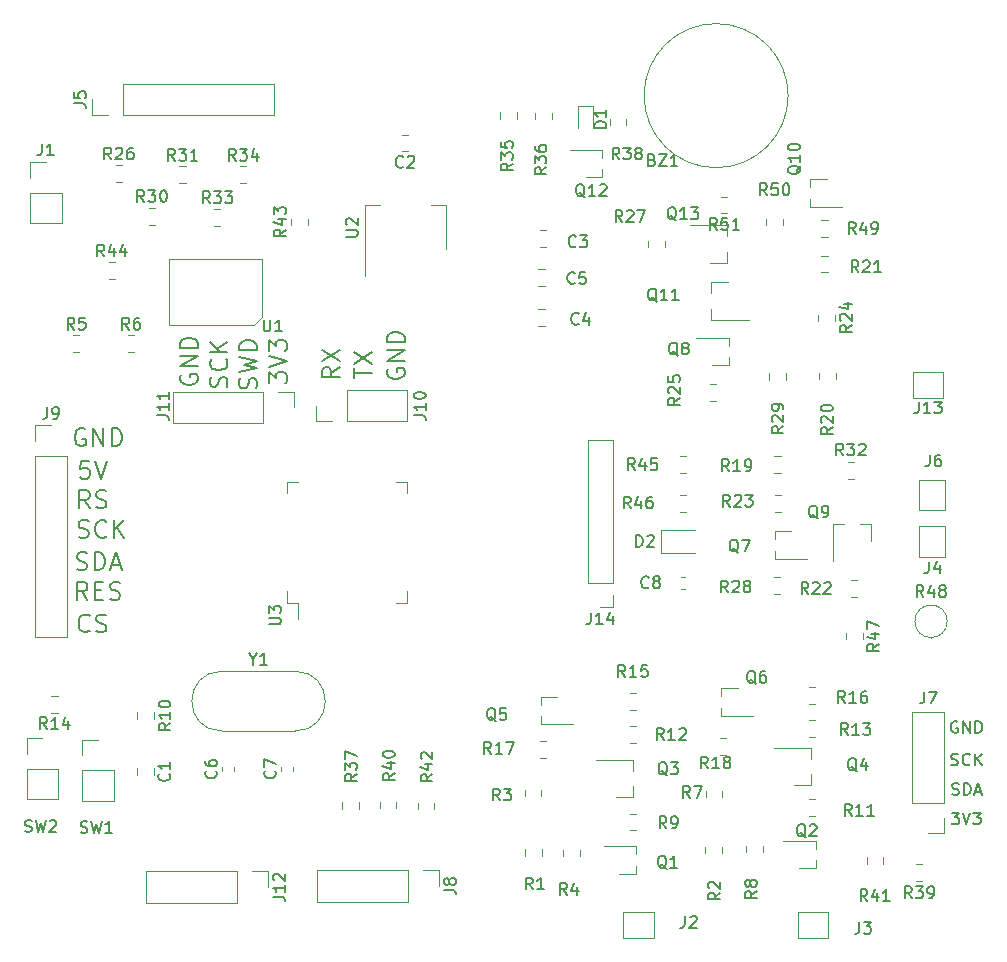
<source format=gbr>
%TF.GenerationSoftware,KiCad,Pcbnew,(5.1.5)-3*%
%TF.CreationDate,2020-07-28T11:43:05+08:00*%
%TF.ProjectId,2in1kicad,32696e31-6b69-4636-9164-2e6b69636164,rev?*%
%TF.SameCoordinates,Original*%
%TF.FileFunction,Legend,Top*%
%TF.FilePolarity,Positive*%
%FSLAX46Y46*%
G04 Gerber Fmt 4.6, Leading zero omitted, Abs format (unit mm)*
G04 Created by KiCad (PCBNEW (5.1.5)-3) date 2020-07-28 11:43:05*
%MOMM*%
%LPD*%
G04 APERTURE LIST*
%ADD10C,0.150000*%
%ADD11C,0.200000*%
%ADD12C,0.120000*%
G04 APERTURE END LIST*
D10*
X118511904Y-106702380D02*
X119130952Y-106702380D01*
X118797619Y-107083333D01*
X118940476Y-107083333D01*
X119035714Y-107130952D01*
X119083333Y-107178571D01*
X119130952Y-107273809D01*
X119130952Y-107511904D01*
X119083333Y-107607142D01*
X119035714Y-107654761D01*
X118940476Y-107702380D01*
X118654761Y-107702380D01*
X118559523Y-107654761D01*
X118511904Y-107607142D01*
X119416666Y-106702380D02*
X119750000Y-107702380D01*
X120083333Y-106702380D01*
X120321428Y-106702380D02*
X120940476Y-106702380D01*
X120607142Y-107083333D01*
X120750000Y-107083333D01*
X120845238Y-107130952D01*
X120892857Y-107178571D01*
X120940476Y-107273809D01*
X120940476Y-107511904D01*
X120892857Y-107607142D01*
X120845238Y-107654761D01*
X120750000Y-107702380D01*
X120464285Y-107702380D01*
X120369047Y-107654761D01*
X120321428Y-107607142D01*
X118535714Y-105154761D02*
X118678571Y-105202380D01*
X118916666Y-105202380D01*
X119011904Y-105154761D01*
X119059523Y-105107142D01*
X119107142Y-105011904D01*
X119107142Y-104916666D01*
X119059523Y-104821428D01*
X119011904Y-104773809D01*
X118916666Y-104726190D01*
X118726190Y-104678571D01*
X118630952Y-104630952D01*
X118583333Y-104583333D01*
X118535714Y-104488095D01*
X118535714Y-104392857D01*
X118583333Y-104297619D01*
X118630952Y-104250000D01*
X118726190Y-104202380D01*
X118964285Y-104202380D01*
X119107142Y-104250000D01*
X119535714Y-105202380D02*
X119535714Y-104202380D01*
X119773809Y-104202380D01*
X119916666Y-104250000D01*
X120011904Y-104345238D01*
X120059523Y-104440476D01*
X120107142Y-104630952D01*
X120107142Y-104773809D01*
X120059523Y-104964285D01*
X120011904Y-105059523D01*
X119916666Y-105154761D01*
X119773809Y-105202380D01*
X119535714Y-105202380D01*
X120488095Y-104916666D02*
X120964285Y-104916666D01*
X120392857Y-105202380D02*
X120726190Y-104202380D01*
X121059523Y-105202380D01*
X118464285Y-102654761D02*
X118607142Y-102702380D01*
X118845238Y-102702380D01*
X118940476Y-102654761D01*
X118988095Y-102607142D01*
X119035714Y-102511904D01*
X119035714Y-102416666D01*
X118988095Y-102321428D01*
X118940476Y-102273809D01*
X118845238Y-102226190D01*
X118654761Y-102178571D01*
X118559523Y-102130952D01*
X118511904Y-102083333D01*
X118464285Y-101988095D01*
X118464285Y-101892857D01*
X118511904Y-101797619D01*
X118559523Y-101750000D01*
X118654761Y-101702380D01*
X118892857Y-101702380D01*
X119035714Y-101750000D01*
X120035714Y-102607142D02*
X119988095Y-102654761D01*
X119845238Y-102702380D01*
X119750000Y-102702380D01*
X119607142Y-102654761D01*
X119511904Y-102559523D01*
X119464285Y-102464285D01*
X119416666Y-102273809D01*
X119416666Y-102130952D01*
X119464285Y-101940476D01*
X119511904Y-101845238D01*
X119607142Y-101750000D01*
X119750000Y-101702380D01*
X119845238Y-101702380D01*
X119988095Y-101750000D01*
X120035714Y-101797619D01*
X120464285Y-102702380D02*
X120464285Y-101702380D01*
X121035714Y-102702380D02*
X120607142Y-102130952D01*
X121035714Y-101702380D02*
X120464285Y-102273809D01*
X118988095Y-99000000D02*
X118892857Y-98952380D01*
X118750000Y-98952380D01*
X118607142Y-99000000D01*
X118511904Y-99095238D01*
X118464285Y-99190476D01*
X118416666Y-99380952D01*
X118416666Y-99523809D01*
X118464285Y-99714285D01*
X118511904Y-99809523D01*
X118607142Y-99904761D01*
X118750000Y-99952380D01*
X118845238Y-99952380D01*
X118988095Y-99904761D01*
X119035714Y-99857142D01*
X119035714Y-99523809D01*
X118845238Y-99523809D01*
X119464285Y-99952380D02*
X119464285Y-98952380D01*
X120035714Y-99952380D01*
X120035714Y-98952380D01*
X120511904Y-99952380D02*
X120511904Y-98952380D01*
X120750000Y-98952380D01*
X120892857Y-99000000D01*
X120988095Y-99095238D01*
X121035714Y-99190476D01*
X121083333Y-99380952D01*
X121083333Y-99523809D01*
X121035714Y-99714285D01*
X120988095Y-99809523D01*
X120892857Y-99904761D01*
X120750000Y-99952380D01*
X120511904Y-99952380D01*
D11*
X70750000Y-69142857D02*
X70678571Y-69285714D01*
X70678571Y-69500000D01*
X70750000Y-69714285D01*
X70892857Y-69857142D01*
X71035714Y-69928571D01*
X71321428Y-70000000D01*
X71535714Y-70000000D01*
X71821428Y-69928571D01*
X71964285Y-69857142D01*
X72107142Y-69714285D01*
X72178571Y-69500000D01*
X72178571Y-69357142D01*
X72107142Y-69142857D01*
X72035714Y-69071428D01*
X71535714Y-69071428D01*
X71535714Y-69357142D01*
X72178571Y-68428571D02*
X70678571Y-68428571D01*
X72178571Y-67571428D01*
X70678571Y-67571428D01*
X72178571Y-66857142D02*
X70678571Y-66857142D01*
X70678571Y-66500000D01*
X70750000Y-66285714D01*
X70892857Y-66142857D01*
X71035714Y-66071428D01*
X71321428Y-66000000D01*
X71535714Y-66000000D01*
X71821428Y-66071428D01*
X71964285Y-66142857D01*
X72107142Y-66285714D01*
X72178571Y-66500000D01*
X72178571Y-66857142D01*
X67928571Y-69892857D02*
X67928571Y-69035714D01*
X69428571Y-69464285D02*
X67928571Y-69464285D01*
X67928571Y-68678571D02*
X69428571Y-67678571D01*
X67928571Y-67678571D02*
X69428571Y-68678571D01*
X66678571Y-69000000D02*
X65964285Y-69500000D01*
X66678571Y-69857142D02*
X65178571Y-69857142D01*
X65178571Y-69285714D01*
X65250000Y-69142857D01*
X65321428Y-69071428D01*
X65464285Y-69000000D01*
X65678571Y-69000000D01*
X65821428Y-69071428D01*
X65892857Y-69142857D01*
X65964285Y-69285714D01*
X65964285Y-69857142D01*
X65178571Y-68500000D02*
X66678571Y-67500000D01*
X65178571Y-67500000D02*
X66678571Y-68500000D01*
X60678571Y-70357142D02*
X60678571Y-69428571D01*
X61250000Y-69928571D01*
X61250000Y-69714285D01*
X61321428Y-69571428D01*
X61392857Y-69500000D01*
X61535714Y-69428571D01*
X61892857Y-69428571D01*
X62035714Y-69500000D01*
X62107142Y-69571428D01*
X62178571Y-69714285D01*
X62178571Y-70142857D01*
X62107142Y-70285714D01*
X62035714Y-70357142D01*
X60678571Y-69000000D02*
X62178571Y-68500000D01*
X60678571Y-68000000D01*
X60678571Y-67642857D02*
X60678571Y-66714285D01*
X61250000Y-67214285D01*
X61250000Y-67000000D01*
X61321428Y-66857142D01*
X61392857Y-66785714D01*
X61535714Y-66714285D01*
X61892857Y-66714285D01*
X62035714Y-66785714D01*
X62107142Y-66857142D01*
X62178571Y-67000000D01*
X62178571Y-67428571D01*
X62107142Y-67571428D01*
X62035714Y-67642857D01*
X59607142Y-70785714D02*
X59678571Y-70571428D01*
X59678571Y-70214285D01*
X59607142Y-70071428D01*
X59535714Y-70000000D01*
X59392857Y-69928571D01*
X59250000Y-69928571D01*
X59107142Y-70000000D01*
X59035714Y-70071428D01*
X58964285Y-70214285D01*
X58892857Y-70500000D01*
X58821428Y-70642857D01*
X58750000Y-70714285D01*
X58607142Y-70785714D01*
X58464285Y-70785714D01*
X58321428Y-70714285D01*
X58250000Y-70642857D01*
X58178571Y-70500000D01*
X58178571Y-70142857D01*
X58250000Y-69928571D01*
X58178571Y-69428571D02*
X59678571Y-69071428D01*
X58607142Y-68785714D01*
X59678571Y-68500000D01*
X58178571Y-68142857D01*
X59678571Y-67571428D02*
X58178571Y-67571428D01*
X58178571Y-67214285D01*
X58250000Y-67000000D01*
X58392857Y-66857142D01*
X58535714Y-66785714D01*
X58821428Y-66714285D01*
X59035714Y-66714285D01*
X59321428Y-66785714D01*
X59464285Y-66857142D01*
X59607142Y-67000000D01*
X59678571Y-67214285D01*
X59678571Y-67571428D01*
X57107142Y-70678571D02*
X57178571Y-70464285D01*
X57178571Y-70107142D01*
X57107142Y-69964285D01*
X57035714Y-69892857D01*
X56892857Y-69821428D01*
X56750000Y-69821428D01*
X56607142Y-69892857D01*
X56535714Y-69964285D01*
X56464285Y-70107142D01*
X56392857Y-70392857D01*
X56321428Y-70535714D01*
X56250000Y-70607142D01*
X56107142Y-70678571D01*
X55964285Y-70678571D01*
X55821428Y-70607142D01*
X55750000Y-70535714D01*
X55678571Y-70392857D01*
X55678571Y-70035714D01*
X55750000Y-69821428D01*
X57035714Y-68321428D02*
X57107142Y-68392857D01*
X57178571Y-68607142D01*
X57178571Y-68750000D01*
X57107142Y-68964285D01*
X56964285Y-69107142D01*
X56821428Y-69178571D01*
X56535714Y-69250000D01*
X56321428Y-69250000D01*
X56035714Y-69178571D01*
X55892857Y-69107142D01*
X55750000Y-68964285D01*
X55678571Y-68750000D01*
X55678571Y-68607142D01*
X55750000Y-68392857D01*
X55821428Y-68321428D01*
X57178571Y-67678571D02*
X55678571Y-67678571D01*
X57178571Y-66821428D02*
X56321428Y-67464285D01*
X55678571Y-66821428D02*
X56535714Y-67678571D01*
X53250000Y-69642857D02*
X53178571Y-69785714D01*
X53178571Y-70000000D01*
X53250000Y-70214285D01*
X53392857Y-70357142D01*
X53535714Y-70428571D01*
X53821428Y-70500000D01*
X54035714Y-70500000D01*
X54321428Y-70428571D01*
X54464285Y-70357142D01*
X54607142Y-70214285D01*
X54678571Y-70000000D01*
X54678571Y-69857142D01*
X54607142Y-69642857D01*
X54535714Y-69571428D01*
X54035714Y-69571428D01*
X54035714Y-69857142D01*
X54678571Y-68928571D02*
X53178571Y-68928571D01*
X54678571Y-68071428D01*
X53178571Y-68071428D01*
X54678571Y-67357142D02*
X53178571Y-67357142D01*
X53178571Y-67000000D01*
X53250000Y-66785714D01*
X53392857Y-66642857D01*
X53535714Y-66571428D01*
X53821428Y-66500000D01*
X54035714Y-66500000D01*
X54321428Y-66571428D01*
X54464285Y-66642857D01*
X54607142Y-66785714D01*
X54678571Y-67000000D01*
X54678571Y-67357142D01*
X45500000Y-91285714D02*
X45428571Y-91357142D01*
X45214285Y-91428571D01*
X45071428Y-91428571D01*
X44857142Y-91357142D01*
X44714285Y-91214285D01*
X44642857Y-91071428D01*
X44571428Y-90785714D01*
X44571428Y-90571428D01*
X44642857Y-90285714D01*
X44714285Y-90142857D01*
X44857142Y-90000000D01*
X45071428Y-89928571D01*
X45214285Y-89928571D01*
X45428571Y-90000000D01*
X45500000Y-90071428D01*
X46071428Y-91357142D02*
X46285714Y-91428571D01*
X46642857Y-91428571D01*
X46785714Y-91357142D01*
X46857142Y-91285714D01*
X46928571Y-91142857D01*
X46928571Y-91000000D01*
X46857142Y-90857142D01*
X46785714Y-90785714D01*
X46642857Y-90714285D01*
X46357142Y-90642857D01*
X46214285Y-90571428D01*
X46142857Y-90500000D01*
X46071428Y-90357142D01*
X46071428Y-90214285D01*
X46142857Y-90071428D01*
X46214285Y-90000000D01*
X46357142Y-89928571D01*
X46714285Y-89928571D01*
X46928571Y-90000000D01*
X45321428Y-88678571D02*
X44821428Y-87964285D01*
X44464285Y-88678571D02*
X44464285Y-87178571D01*
X45035714Y-87178571D01*
X45178571Y-87250000D01*
X45250000Y-87321428D01*
X45321428Y-87464285D01*
X45321428Y-87678571D01*
X45250000Y-87821428D01*
X45178571Y-87892857D01*
X45035714Y-87964285D01*
X44464285Y-87964285D01*
X45964285Y-87892857D02*
X46464285Y-87892857D01*
X46678571Y-88678571D02*
X45964285Y-88678571D01*
X45964285Y-87178571D01*
X46678571Y-87178571D01*
X47250000Y-88607142D02*
X47464285Y-88678571D01*
X47821428Y-88678571D01*
X47964285Y-88607142D01*
X48035714Y-88535714D01*
X48107142Y-88392857D01*
X48107142Y-88250000D01*
X48035714Y-88107142D01*
X47964285Y-88035714D01*
X47821428Y-87964285D01*
X47535714Y-87892857D01*
X47392857Y-87821428D01*
X47321428Y-87750000D01*
X47250000Y-87607142D01*
X47250000Y-87464285D01*
X47321428Y-87321428D01*
X47392857Y-87250000D01*
X47535714Y-87178571D01*
X47892857Y-87178571D01*
X48107142Y-87250000D01*
X44428571Y-86107142D02*
X44642857Y-86178571D01*
X45000000Y-86178571D01*
X45142857Y-86107142D01*
X45214285Y-86035714D01*
X45285714Y-85892857D01*
X45285714Y-85750000D01*
X45214285Y-85607142D01*
X45142857Y-85535714D01*
X45000000Y-85464285D01*
X44714285Y-85392857D01*
X44571428Y-85321428D01*
X44500000Y-85250000D01*
X44428571Y-85107142D01*
X44428571Y-84964285D01*
X44500000Y-84821428D01*
X44571428Y-84750000D01*
X44714285Y-84678571D01*
X45071428Y-84678571D01*
X45285714Y-84750000D01*
X45928571Y-86178571D02*
X45928571Y-84678571D01*
X46285714Y-84678571D01*
X46500000Y-84750000D01*
X46642857Y-84892857D01*
X46714285Y-85035714D01*
X46785714Y-85321428D01*
X46785714Y-85535714D01*
X46714285Y-85821428D01*
X46642857Y-85964285D01*
X46500000Y-86107142D01*
X46285714Y-86178571D01*
X45928571Y-86178571D01*
X47357142Y-85750000D02*
X48071428Y-85750000D01*
X47214285Y-86178571D02*
X47714285Y-84678571D01*
X48214285Y-86178571D01*
X44571428Y-83357142D02*
X44785714Y-83428571D01*
X45142857Y-83428571D01*
X45285714Y-83357142D01*
X45357142Y-83285714D01*
X45428571Y-83142857D01*
X45428571Y-83000000D01*
X45357142Y-82857142D01*
X45285714Y-82785714D01*
X45142857Y-82714285D01*
X44857142Y-82642857D01*
X44714285Y-82571428D01*
X44642857Y-82500000D01*
X44571428Y-82357142D01*
X44571428Y-82214285D01*
X44642857Y-82071428D01*
X44714285Y-82000000D01*
X44857142Y-81928571D01*
X45214285Y-81928571D01*
X45428571Y-82000000D01*
X46928571Y-83285714D02*
X46857142Y-83357142D01*
X46642857Y-83428571D01*
X46500000Y-83428571D01*
X46285714Y-83357142D01*
X46142857Y-83214285D01*
X46071428Y-83071428D01*
X46000000Y-82785714D01*
X46000000Y-82571428D01*
X46071428Y-82285714D01*
X46142857Y-82142857D01*
X46285714Y-82000000D01*
X46500000Y-81928571D01*
X46642857Y-81928571D01*
X46857142Y-82000000D01*
X46928571Y-82071428D01*
X47571428Y-83428571D02*
X47571428Y-81928571D01*
X48428571Y-83428571D02*
X47785714Y-82571428D01*
X48428571Y-81928571D02*
X47571428Y-82785714D01*
X45500000Y-80928571D02*
X45000000Y-80214285D01*
X44642857Y-80928571D02*
X44642857Y-79428571D01*
X45214285Y-79428571D01*
X45357142Y-79500000D01*
X45428571Y-79571428D01*
X45500000Y-79714285D01*
X45500000Y-79928571D01*
X45428571Y-80071428D01*
X45357142Y-80142857D01*
X45214285Y-80214285D01*
X44642857Y-80214285D01*
X46071428Y-80857142D02*
X46285714Y-80928571D01*
X46642857Y-80928571D01*
X46785714Y-80857142D01*
X46857142Y-80785714D01*
X46928571Y-80642857D01*
X46928571Y-80500000D01*
X46857142Y-80357142D01*
X46785714Y-80285714D01*
X46642857Y-80214285D01*
X46357142Y-80142857D01*
X46214285Y-80071428D01*
X46142857Y-80000000D01*
X46071428Y-79857142D01*
X46071428Y-79714285D01*
X46142857Y-79571428D01*
X46214285Y-79500000D01*
X46357142Y-79428571D01*
X46714285Y-79428571D01*
X46928571Y-79500000D01*
X45464285Y-76928571D02*
X44750000Y-76928571D01*
X44678571Y-77642857D01*
X44750000Y-77571428D01*
X44892857Y-77500000D01*
X45250000Y-77500000D01*
X45392857Y-77571428D01*
X45464285Y-77642857D01*
X45535714Y-77785714D01*
X45535714Y-78142857D01*
X45464285Y-78285714D01*
X45392857Y-78357142D01*
X45250000Y-78428571D01*
X44892857Y-78428571D01*
X44750000Y-78357142D01*
X44678571Y-78285714D01*
X45964285Y-76928571D02*
X46464285Y-78428571D01*
X46964285Y-76928571D01*
X45107142Y-74250000D02*
X44964285Y-74178571D01*
X44750000Y-74178571D01*
X44535714Y-74250000D01*
X44392857Y-74392857D01*
X44321428Y-74535714D01*
X44250000Y-74821428D01*
X44250000Y-75035714D01*
X44321428Y-75321428D01*
X44392857Y-75464285D01*
X44535714Y-75607142D01*
X44750000Y-75678571D01*
X44892857Y-75678571D01*
X45107142Y-75607142D01*
X45178571Y-75535714D01*
X45178571Y-75035714D01*
X44892857Y-75035714D01*
X45821428Y-75678571D02*
X45821428Y-74178571D01*
X46678571Y-75678571D01*
X46678571Y-74178571D01*
X47392857Y-75678571D02*
X47392857Y-74178571D01*
X47750000Y-74178571D01*
X47964285Y-74250000D01*
X48107142Y-74392857D01*
X48178571Y-74535714D01*
X48250000Y-74821428D01*
X48250000Y-75035714D01*
X48178571Y-75321428D01*
X48107142Y-75464285D01*
X47964285Y-75607142D01*
X47750000Y-75678571D01*
X47392857Y-75678571D01*
D12*
X60140000Y-59820000D02*
X60140000Y-64720000D01*
X52230000Y-59830000D02*
X60140000Y-59820000D01*
X52230000Y-65410000D02*
X52230000Y-59830000D01*
X59440000Y-65410000D02*
X52240000Y-65410000D01*
X60140000Y-64720000D02*
X59440000Y-65410000D01*
X117830000Y-108450000D02*
X116500000Y-108450000D01*
X117830000Y-107120000D02*
X117830000Y-108450000D01*
X117830000Y-105850000D02*
X115170000Y-105850000D01*
X115170000Y-105850000D02*
X115170000Y-98170000D01*
X117830000Y-105850000D02*
X117830000Y-98170000D01*
X117830000Y-98170000D02*
X115170000Y-98170000D01*
X64670000Y-73580000D02*
X64670000Y-72250000D01*
X66000000Y-73580000D02*
X64670000Y-73580000D01*
X67270000Y-73580000D02*
X67270000Y-70920000D01*
X67270000Y-70920000D02*
X72410000Y-70920000D01*
X67270000Y-73580000D02*
X72410000Y-73580000D01*
X72410000Y-73580000D02*
X72410000Y-70920000D01*
X89810000Y-89310000D02*
X88750000Y-89310000D01*
X89810000Y-88250000D02*
X89810000Y-89310000D01*
X89810000Y-87250000D02*
X87690000Y-87250000D01*
X87690000Y-87250000D02*
X87690000Y-75190000D01*
X89810000Y-87250000D02*
X89810000Y-75190000D01*
X89810000Y-75190000D02*
X87690000Y-75190000D01*
X104650000Y-46000000D02*
G75*
G03X104650000Y-46000000I-6100000J0D01*
G01*
X99511252Y-54540000D02*
X98988748Y-54540000D01*
X99511252Y-55960000D02*
X98988748Y-55960000D01*
X104210000Y-56986252D02*
X104210000Y-56463748D01*
X102790000Y-56986252D02*
X102790000Y-56463748D01*
X107463748Y-57960000D02*
X107986252Y-57960000D01*
X107463748Y-56540000D02*
X107986252Y-56540000D01*
X94210000Y-58786252D02*
X94210000Y-58263748D01*
X92790000Y-58786252D02*
X92790000Y-58263748D01*
X107986252Y-59540000D02*
X107463748Y-59540000D01*
X107986252Y-60960000D02*
X107463748Y-60960000D01*
X99510000Y-60130000D02*
X98050000Y-60130000D01*
X99510000Y-56970000D02*
X96350000Y-56970000D01*
X99510000Y-56970000D02*
X99510000Y-57900000D01*
X99510000Y-60130000D02*
X99510000Y-59200000D01*
X107925000Y-53090000D02*
X106515000Y-53090000D01*
X106515000Y-55410000D02*
X109250000Y-55410000D01*
X106515000Y-55420000D02*
X106515000Y-54750000D01*
X106515000Y-53750000D02*
X106515000Y-53090000D01*
X95921267Y-86740000D02*
X95578733Y-86740000D01*
X95921267Y-87760000D02*
X95578733Y-87760000D01*
X93890000Y-84710000D02*
X96750000Y-84710000D01*
X93890000Y-82790000D02*
X93890000Y-84710000D01*
X96750000Y-82790000D02*
X93890000Y-82790000D01*
X116750000Y-91870000D02*
X116750000Y-91940000D01*
X118120000Y-90500000D02*
G75*
G03X118120000Y-90500000I-1370000J0D01*
G01*
X109540000Y-91513748D02*
X109540000Y-92036252D01*
X110960000Y-91513748D02*
X110960000Y-92036252D01*
X95986252Y-79790000D02*
X95463748Y-79790000D01*
X95986252Y-81210000D02*
X95463748Y-81210000D01*
X95463748Y-77960000D02*
X95986252Y-77960000D01*
X95463748Y-76540000D02*
X95986252Y-76540000D01*
X105575000Y-111410000D02*
X106985000Y-111410000D01*
X106985000Y-109090000D02*
X104250000Y-109090000D01*
X106985000Y-109080000D02*
X106985000Y-109750000D01*
X106985000Y-110750000D02*
X106985000Y-111410000D01*
X117800000Y-69400000D02*
X115200000Y-69400000D01*
X117800000Y-71600000D02*
X117800000Y-69400000D01*
X115200000Y-71600000D02*
X117800000Y-71600000D01*
X115200000Y-71100000D02*
X115200000Y-71600000D01*
X115200000Y-69400000D02*
X115200000Y-71100000D01*
X60580000Y-111670000D02*
X60580000Y-113000000D01*
X59250000Y-111670000D02*
X60580000Y-111670000D01*
X57980000Y-111670000D02*
X57980000Y-114330000D01*
X57980000Y-114330000D02*
X50300000Y-114330000D01*
X57980000Y-111670000D02*
X50300000Y-111670000D01*
X50300000Y-111670000D02*
X50300000Y-114330000D01*
X63150000Y-88930000D02*
X63150000Y-90270000D01*
X62200000Y-88930000D02*
X63150000Y-88930000D01*
X62200000Y-87980000D02*
X62200000Y-88930000D01*
X62200000Y-78710000D02*
X63150000Y-78710000D01*
X62200000Y-79660000D02*
X62200000Y-78710000D01*
X72420000Y-88930000D02*
X71470000Y-88930000D01*
X72420000Y-87980000D02*
X72420000Y-88930000D01*
X72420000Y-78710000D02*
X71470000Y-78710000D01*
X72420000Y-79660000D02*
X72420000Y-78710000D01*
X47113748Y-61510000D02*
X47636252Y-61510000D01*
X47113748Y-60090000D02*
X47636252Y-60090000D01*
X62830000Y-71060000D02*
X62830000Y-72390000D01*
X61500000Y-71060000D02*
X62830000Y-71060000D01*
X60230000Y-71060000D02*
X60230000Y-73720000D01*
X60230000Y-73720000D02*
X52550000Y-73720000D01*
X60230000Y-71060000D02*
X52550000Y-71060000D01*
X52550000Y-71060000D02*
X52550000Y-73720000D01*
X87495000Y-52910000D02*
X88905000Y-52910000D01*
X88905000Y-50590000D02*
X86170000Y-50590000D01*
X88905000Y-50580000D02*
X88905000Y-51250000D01*
X88905000Y-52250000D02*
X88905000Y-52910000D01*
X98140000Y-61800000D02*
X99600000Y-61800000D01*
X98140000Y-64960000D02*
X101300000Y-64960000D01*
X98140000Y-64960000D02*
X98140000Y-64030000D01*
X98140000Y-61800000D02*
X98140000Y-62730000D01*
X111630000Y-82240000D02*
X111630000Y-83700000D01*
X108470000Y-82240000D02*
X108470000Y-85400000D01*
X108470000Y-82240000D02*
X109400000Y-82240000D01*
X111630000Y-82240000D02*
X110700000Y-82240000D01*
X98205000Y-68820000D02*
X99615000Y-68820000D01*
X99615000Y-66500000D02*
X96880000Y-66500000D01*
X99615000Y-66490000D02*
X99615000Y-67160000D01*
X99615000Y-68160000D02*
X99615000Y-68820000D01*
X104925000Y-82870000D02*
X103515000Y-82870000D01*
X103515000Y-85190000D02*
X106250000Y-85190000D01*
X103515000Y-85200000D02*
X103515000Y-84530000D01*
X103515000Y-83530000D02*
X103515000Y-82870000D01*
X100375000Y-96170000D02*
X98965000Y-96170000D01*
X98965000Y-98490000D02*
X101700000Y-98490000D01*
X98965000Y-98500000D02*
X98965000Y-97830000D01*
X98965000Y-96830000D02*
X98965000Y-96170000D01*
X85115000Y-96890000D02*
X83705000Y-96890000D01*
X83705000Y-99210000D02*
X86440000Y-99210000D01*
X83705000Y-99220000D02*
X83705000Y-98550000D01*
X83705000Y-97550000D02*
X83705000Y-96890000D01*
X106600000Y-104390000D02*
X105140000Y-104390000D01*
X106600000Y-101230000D02*
X103440000Y-101230000D01*
X106600000Y-101230000D02*
X106600000Y-102160000D01*
X106600000Y-104390000D02*
X106600000Y-103460000D01*
X91540000Y-105400000D02*
X90080000Y-105400000D01*
X91540000Y-102240000D02*
X88380000Y-102240000D01*
X91540000Y-102240000D02*
X91540000Y-103170000D01*
X91540000Y-105400000D02*
X91540000Y-104470000D01*
X90345000Y-111860000D02*
X91755000Y-111860000D01*
X91755000Y-109540000D02*
X89020000Y-109540000D01*
X91755000Y-109530000D02*
X91755000Y-110200000D01*
X91755000Y-111200000D02*
X91755000Y-111860000D01*
X62935000Y-99790000D02*
G75*
G03X62935000Y-94740000I0J2525000D01*
G01*
X56685000Y-99790000D02*
G75*
G02X56685000Y-94740000I0J2525000D01*
G01*
X56685000Y-99790000D02*
X62935000Y-99790000D01*
X56685000Y-94740000D02*
X62935000Y-94740000D01*
X68840000Y-61270000D02*
X68840000Y-55260000D01*
X75660000Y-59020000D02*
X75660000Y-55260000D01*
X68840000Y-55260000D02*
X70100000Y-55260000D01*
X75660000Y-55260000D02*
X74400000Y-55260000D01*
X40170000Y-100390000D02*
X41500000Y-100390000D01*
X40170000Y-101720000D02*
X40170000Y-100390000D01*
X40170000Y-102990000D02*
X42830000Y-102990000D01*
X42830000Y-102990000D02*
X42830000Y-105590000D01*
X40170000Y-102990000D02*
X40170000Y-105590000D01*
X40170000Y-105590000D02*
X42830000Y-105590000D01*
X44880000Y-100515000D02*
X46210000Y-100515000D01*
X44880000Y-101845000D02*
X44880000Y-100515000D01*
X44880000Y-103115000D02*
X47540000Y-103115000D01*
X47540000Y-103115000D02*
X47540000Y-105715000D01*
X44880000Y-103115000D02*
X44880000Y-105715000D01*
X44880000Y-105715000D02*
X47540000Y-105715000D01*
X64020000Y-56956252D02*
X64020000Y-56433748D01*
X62600000Y-56956252D02*
X62600000Y-56433748D01*
X74690000Y-106416252D02*
X74690000Y-105893748D01*
X73270000Y-106416252D02*
X73270000Y-105893748D01*
X111290000Y-110488748D02*
X111290000Y-111011252D01*
X112710000Y-110488748D02*
X112710000Y-111011252D01*
X71490000Y-106316252D02*
X71490000Y-105793748D01*
X70070000Y-106316252D02*
X70070000Y-105793748D01*
X115986252Y-111040000D02*
X115463748Y-111040000D01*
X115986252Y-112460000D02*
X115463748Y-112460000D01*
X90960000Y-48486252D02*
X90960000Y-47963748D01*
X89540000Y-48486252D02*
X89540000Y-47963748D01*
X68290000Y-106366252D02*
X68290000Y-105843748D01*
X66870000Y-106366252D02*
X66870000Y-105843748D01*
X84640000Y-48016252D02*
X84640000Y-47493748D01*
X83220000Y-48016252D02*
X83220000Y-47493748D01*
X80270000Y-47418748D02*
X80270000Y-47941252D01*
X81690000Y-47418748D02*
X81690000Y-47941252D01*
X58263748Y-53410000D02*
X58786252Y-53410000D01*
X58263748Y-51990000D02*
X58786252Y-51990000D01*
X56063748Y-57010000D02*
X56586252Y-57010000D01*
X56063748Y-55590000D02*
X56586252Y-55590000D01*
X109738748Y-78460000D02*
X110261252Y-78460000D01*
X109738748Y-77040000D02*
X110261252Y-77040000D01*
X53113748Y-53410000D02*
X53636252Y-53410000D01*
X53113748Y-51990000D02*
X53636252Y-51990000D01*
X50513748Y-56910000D02*
X51036252Y-56910000D01*
X50513748Y-55490000D02*
X51036252Y-55490000D01*
X103040000Y-69513748D02*
X103040000Y-70036252D01*
X104460000Y-69513748D02*
X104460000Y-70036252D01*
X103986252Y-86790000D02*
X103463748Y-86790000D01*
X103986252Y-88210000D02*
X103463748Y-88210000D01*
X47713748Y-53310000D02*
X48236252Y-53310000D01*
X47713748Y-51890000D02*
X48236252Y-51890000D01*
X98043748Y-71870000D02*
X98566252Y-71870000D01*
X98043748Y-70450000D02*
X98566252Y-70450000D01*
X107220000Y-64528748D02*
X107220000Y-65051252D01*
X108640000Y-64528748D02*
X108640000Y-65051252D01*
X104036252Y-79840000D02*
X103513748Y-79840000D01*
X104036252Y-81260000D02*
X103513748Y-81260000D01*
X110486252Y-87040000D02*
X109963748Y-87040000D01*
X110486252Y-88460000D02*
X109963748Y-88460000D01*
X107260000Y-69493748D02*
X107260000Y-70016252D01*
X108680000Y-69493748D02*
X108680000Y-70016252D01*
X103488748Y-77960000D02*
X104011252Y-77960000D01*
X103488748Y-76540000D02*
X104011252Y-76540000D01*
X99376252Y-100410000D02*
X98853748Y-100410000D01*
X99376252Y-101830000D02*
X98853748Y-101830000D01*
X84136252Y-100630000D02*
X83613748Y-100630000D01*
X84136252Y-102050000D02*
X83613748Y-102050000D01*
X106383748Y-97510000D02*
X106906252Y-97510000D01*
X106383748Y-96090000D02*
X106906252Y-96090000D01*
X91278748Y-98020000D02*
X91801252Y-98020000D01*
X91278748Y-96600000D02*
X91801252Y-96600000D01*
X42796252Y-96820000D02*
X42273748Y-96820000D01*
X42796252Y-98240000D02*
X42273748Y-98240000D01*
X106946252Y-98840000D02*
X106423748Y-98840000D01*
X106946252Y-100260000D02*
X106423748Y-100260000D01*
X91776252Y-99390000D02*
X91253748Y-99390000D01*
X91776252Y-100810000D02*
X91253748Y-100810000D01*
X106403748Y-107000000D02*
X106926252Y-107000000D01*
X106403748Y-105580000D02*
X106926252Y-105580000D01*
X49540000Y-98223748D02*
X49540000Y-98746252D01*
X50960000Y-98223748D02*
X50960000Y-98746252D01*
X91268748Y-108210000D02*
X91791252Y-108210000D01*
X91268748Y-106790000D02*
X91791252Y-106790000D01*
X102500000Y-110076252D02*
X102500000Y-109553748D01*
X101080000Y-110076252D02*
X101080000Y-109553748D01*
X99080000Y-105356252D02*
X99080000Y-104833748D01*
X97660000Y-105356252D02*
X97660000Y-104833748D01*
X48763748Y-67710000D02*
X49286252Y-67710000D01*
X48763748Y-66290000D02*
X49286252Y-66290000D01*
X44113748Y-67710000D02*
X44636252Y-67710000D01*
X44113748Y-66290000D02*
X44636252Y-66290000D01*
X87000000Y-110386252D02*
X87000000Y-109863748D01*
X85580000Y-110386252D02*
X85580000Y-109863748D01*
X83760000Y-105336252D02*
X83760000Y-104813748D01*
X82340000Y-105336252D02*
X82340000Y-104813748D01*
X97650000Y-109603748D02*
X97650000Y-110126252D01*
X99070000Y-109603748D02*
X99070000Y-110126252D01*
X82380000Y-109813748D02*
X82380000Y-110336252D01*
X83800000Y-109813748D02*
X83800000Y-110336252D01*
X40920000Y-73920000D02*
X42250000Y-73920000D01*
X40920000Y-75250000D02*
X40920000Y-73920000D01*
X40920000Y-76520000D02*
X43580000Y-76520000D01*
X43580000Y-76520000D02*
X43580000Y-91820000D01*
X40920000Y-76520000D02*
X40920000Y-91820000D01*
X40920000Y-91820000D02*
X43580000Y-91820000D01*
X75080000Y-111580000D02*
X75080000Y-112910000D01*
X73750000Y-111580000D02*
X75080000Y-111580000D01*
X72480000Y-111580000D02*
X72480000Y-114240000D01*
X72480000Y-114240000D02*
X64800000Y-114240000D01*
X72480000Y-111580000D02*
X64800000Y-111580000D01*
X64800000Y-111580000D02*
X64800000Y-114240000D01*
X115760000Y-78520000D02*
X115760000Y-81120000D01*
X117960000Y-78520000D02*
X115760000Y-78520000D01*
X117960000Y-81120000D02*
X117960000Y-78520000D01*
X117460000Y-81120000D02*
X117960000Y-81120000D01*
X115760000Y-81120000D02*
X117460000Y-81120000D01*
X45730000Y-47640000D02*
X45730000Y-46310000D01*
X47060000Y-47640000D02*
X45730000Y-47640000D01*
X48330000Y-47640000D02*
X48330000Y-44980000D01*
X48330000Y-44980000D02*
X61090000Y-44980000D01*
X48330000Y-47640000D02*
X61090000Y-47640000D01*
X61090000Y-47640000D02*
X61090000Y-44980000D01*
X115760000Y-82420000D02*
X115760000Y-85020000D01*
X117960000Y-82420000D02*
X115760000Y-82420000D01*
X117960000Y-85020000D02*
X117960000Y-82420000D01*
X117460000Y-85020000D02*
X117960000Y-85020000D01*
X115760000Y-85020000D02*
X117460000Y-85020000D01*
X108050000Y-115150000D02*
X105450000Y-115150000D01*
X108050000Y-117350000D02*
X108050000Y-115150000D01*
X105450000Y-117350000D02*
X108050000Y-117350000D01*
X105450000Y-116850000D02*
X105450000Y-117350000D01*
X105450000Y-115150000D02*
X105450000Y-116850000D01*
X90700000Y-117350000D02*
X93300000Y-117350000D01*
X90700000Y-115150000D02*
X90700000Y-117350000D01*
X93300000Y-115150000D02*
X90700000Y-115150000D01*
X93300000Y-115650000D02*
X93300000Y-115150000D01*
X93300000Y-117350000D02*
X93300000Y-115650000D01*
X40480000Y-51610000D02*
X41810000Y-51610000D01*
X40480000Y-52940000D02*
X40480000Y-51610000D01*
X40480000Y-54210000D02*
X43140000Y-54210000D01*
X43140000Y-54210000D02*
X43140000Y-56810000D01*
X40480000Y-54210000D02*
X40480000Y-56810000D01*
X40480000Y-56810000D02*
X43140000Y-56810000D01*
X86900000Y-48700000D02*
X86900000Y-46850000D01*
X88100000Y-48700000D02*
X88100000Y-46850000D01*
X88100000Y-46850000D02*
X86900000Y-46850000D01*
X62760000Y-103171267D02*
X62760000Y-102828733D01*
X61740000Y-103171267D02*
X61740000Y-102828733D01*
X57760000Y-103171267D02*
X57760000Y-102828733D01*
X56740000Y-103171267D02*
X56740000Y-102828733D01*
X83513748Y-62110000D02*
X84036252Y-62110000D01*
X83513748Y-60690000D02*
X84036252Y-60690000D01*
X83503748Y-65510000D02*
X84026252Y-65510000D01*
X83503748Y-64090000D02*
X84026252Y-64090000D01*
X83643748Y-58810000D02*
X84166252Y-58810000D01*
X83643748Y-57390000D02*
X84166252Y-57390000D01*
X72486252Y-49290000D02*
X71963748Y-49290000D01*
X72486252Y-50710000D02*
X71963748Y-50710000D01*
X49510000Y-102963748D02*
X49510000Y-103486252D01*
X50930000Y-102963748D02*
X50930000Y-103486252D01*
D10*
X60238095Y-64952380D02*
X60238095Y-65761904D01*
X60285714Y-65857142D01*
X60333333Y-65904761D01*
X60428571Y-65952380D01*
X60619047Y-65952380D01*
X60714285Y-65904761D01*
X60761904Y-65857142D01*
X60809523Y-65761904D01*
X60809523Y-64952380D01*
X61809523Y-65952380D02*
X61238095Y-65952380D01*
X61523809Y-65952380D02*
X61523809Y-64952380D01*
X61428571Y-65095238D01*
X61333333Y-65190476D01*
X61238095Y-65238095D01*
X116166666Y-96452380D02*
X116166666Y-97166666D01*
X116119047Y-97309523D01*
X116023809Y-97404761D01*
X115880952Y-97452380D01*
X115785714Y-97452380D01*
X116547619Y-96452380D02*
X117214285Y-96452380D01*
X116785714Y-97452380D01*
X72952380Y-73059523D02*
X73666666Y-73059523D01*
X73809523Y-73107142D01*
X73904761Y-73202380D01*
X73952380Y-73345238D01*
X73952380Y-73440476D01*
X73952380Y-72059523D02*
X73952380Y-72630952D01*
X73952380Y-72345238D02*
X72952380Y-72345238D01*
X73095238Y-72440476D01*
X73190476Y-72535714D01*
X73238095Y-72630952D01*
X72952380Y-71440476D02*
X72952380Y-71345238D01*
X73000000Y-71250000D01*
X73047619Y-71202380D01*
X73142857Y-71154761D01*
X73333333Y-71107142D01*
X73571428Y-71107142D01*
X73761904Y-71154761D01*
X73857142Y-71202380D01*
X73904761Y-71250000D01*
X73952380Y-71345238D01*
X73952380Y-71440476D01*
X73904761Y-71535714D01*
X73857142Y-71583333D01*
X73761904Y-71630952D01*
X73571428Y-71678571D01*
X73333333Y-71678571D01*
X73142857Y-71630952D01*
X73047619Y-71583333D01*
X73000000Y-71535714D01*
X72952380Y-71440476D01*
X87940476Y-89762380D02*
X87940476Y-90476666D01*
X87892857Y-90619523D01*
X87797619Y-90714761D01*
X87654761Y-90762380D01*
X87559523Y-90762380D01*
X88940476Y-90762380D02*
X88369047Y-90762380D01*
X88654761Y-90762380D02*
X88654761Y-89762380D01*
X88559523Y-89905238D01*
X88464285Y-90000476D01*
X88369047Y-90048095D01*
X89797619Y-90095714D02*
X89797619Y-90762380D01*
X89559523Y-89714761D02*
X89321428Y-90429047D01*
X89940476Y-90429047D01*
X93119047Y-51428571D02*
X93261904Y-51476190D01*
X93309523Y-51523809D01*
X93357142Y-51619047D01*
X93357142Y-51761904D01*
X93309523Y-51857142D01*
X93261904Y-51904761D01*
X93166666Y-51952380D01*
X92785714Y-51952380D01*
X92785714Y-50952380D01*
X93119047Y-50952380D01*
X93214285Y-51000000D01*
X93261904Y-51047619D01*
X93309523Y-51142857D01*
X93309523Y-51238095D01*
X93261904Y-51333333D01*
X93214285Y-51380952D01*
X93119047Y-51428571D01*
X92785714Y-51428571D01*
X93690476Y-50952380D02*
X94357142Y-50952380D01*
X93690476Y-51952380D01*
X94357142Y-51952380D01*
X95261904Y-51952380D02*
X94690476Y-51952380D01*
X94976190Y-51952380D02*
X94976190Y-50952380D01*
X94880952Y-51095238D01*
X94785714Y-51190476D01*
X94690476Y-51238095D01*
X98607142Y-57352380D02*
X98273809Y-56876190D01*
X98035714Y-57352380D02*
X98035714Y-56352380D01*
X98416666Y-56352380D01*
X98511904Y-56400000D01*
X98559523Y-56447619D01*
X98607142Y-56542857D01*
X98607142Y-56685714D01*
X98559523Y-56780952D01*
X98511904Y-56828571D01*
X98416666Y-56876190D01*
X98035714Y-56876190D01*
X99511904Y-56352380D02*
X99035714Y-56352380D01*
X98988095Y-56828571D01*
X99035714Y-56780952D01*
X99130952Y-56733333D01*
X99369047Y-56733333D01*
X99464285Y-56780952D01*
X99511904Y-56828571D01*
X99559523Y-56923809D01*
X99559523Y-57161904D01*
X99511904Y-57257142D01*
X99464285Y-57304761D01*
X99369047Y-57352380D01*
X99130952Y-57352380D01*
X99035714Y-57304761D01*
X98988095Y-57257142D01*
X100511904Y-57352380D02*
X99940476Y-57352380D01*
X100226190Y-57352380D02*
X100226190Y-56352380D01*
X100130952Y-56495238D01*
X100035714Y-56590476D01*
X99940476Y-56638095D01*
X102857142Y-54427380D02*
X102523809Y-53951190D01*
X102285714Y-54427380D02*
X102285714Y-53427380D01*
X102666666Y-53427380D01*
X102761904Y-53475000D01*
X102809523Y-53522619D01*
X102857142Y-53617857D01*
X102857142Y-53760714D01*
X102809523Y-53855952D01*
X102761904Y-53903571D01*
X102666666Y-53951190D01*
X102285714Y-53951190D01*
X103761904Y-53427380D02*
X103285714Y-53427380D01*
X103238095Y-53903571D01*
X103285714Y-53855952D01*
X103380952Y-53808333D01*
X103619047Y-53808333D01*
X103714285Y-53855952D01*
X103761904Y-53903571D01*
X103809523Y-53998809D01*
X103809523Y-54236904D01*
X103761904Y-54332142D01*
X103714285Y-54379761D01*
X103619047Y-54427380D01*
X103380952Y-54427380D01*
X103285714Y-54379761D01*
X103238095Y-54332142D01*
X104428571Y-53427380D02*
X104523809Y-53427380D01*
X104619047Y-53475000D01*
X104666666Y-53522619D01*
X104714285Y-53617857D01*
X104761904Y-53808333D01*
X104761904Y-54046428D01*
X104714285Y-54236904D01*
X104666666Y-54332142D01*
X104619047Y-54379761D01*
X104523809Y-54427380D01*
X104428571Y-54427380D01*
X104333333Y-54379761D01*
X104285714Y-54332142D01*
X104238095Y-54236904D01*
X104190476Y-54046428D01*
X104190476Y-53808333D01*
X104238095Y-53617857D01*
X104285714Y-53522619D01*
X104333333Y-53475000D01*
X104428571Y-53427380D01*
X110357142Y-57702380D02*
X110023809Y-57226190D01*
X109785714Y-57702380D02*
X109785714Y-56702380D01*
X110166666Y-56702380D01*
X110261904Y-56750000D01*
X110309523Y-56797619D01*
X110357142Y-56892857D01*
X110357142Y-57035714D01*
X110309523Y-57130952D01*
X110261904Y-57178571D01*
X110166666Y-57226190D01*
X109785714Y-57226190D01*
X111214285Y-57035714D02*
X111214285Y-57702380D01*
X110976190Y-56654761D02*
X110738095Y-57369047D01*
X111357142Y-57369047D01*
X111785714Y-57702380D02*
X111976190Y-57702380D01*
X112071428Y-57654761D01*
X112119047Y-57607142D01*
X112214285Y-57464285D01*
X112261904Y-57273809D01*
X112261904Y-56892857D01*
X112214285Y-56797619D01*
X112166666Y-56750000D01*
X112071428Y-56702380D01*
X111880952Y-56702380D01*
X111785714Y-56750000D01*
X111738095Y-56797619D01*
X111690476Y-56892857D01*
X111690476Y-57130952D01*
X111738095Y-57226190D01*
X111785714Y-57273809D01*
X111880952Y-57321428D01*
X112071428Y-57321428D01*
X112166666Y-57273809D01*
X112214285Y-57226190D01*
X112261904Y-57130952D01*
X90607142Y-56702380D02*
X90273809Y-56226190D01*
X90035714Y-56702380D02*
X90035714Y-55702380D01*
X90416666Y-55702380D01*
X90511904Y-55750000D01*
X90559523Y-55797619D01*
X90607142Y-55892857D01*
X90607142Y-56035714D01*
X90559523Y-56130952D01*
X90511904Y-56178571D01*
X90416666Y-56226190D01*
X90035714Y-56226190D01*
X90988095Y-55797619D02*
X91035714Y-55750000D01*
X91130952Y-55702380D01*
X91369047Y-55702380D01*
X91464285Y-55750000D01*
X91511904Y-55797619D01*
X91559523Y-55892857D01*
X91559523Y-55988095D01*
X91511904Y-56130952D01*
X90940476Y-56702380D01*
X91559523Y-56702380D01*
X91892857Y-55702380D02*
X92559523Y-55702380D01*
X92130952Y-56702380D01*
X110607142Y-60952380D02*
X110273809Y-60476190D01*
X110035714Y-60952380D02*
X110035714Y-59952380D01*
X110416666Y-59952380D01*
X110511904Y-60000000D01*
X110559523Y-60047619D01*
X110607142Y-60142857D01*
X110607142Y-60285714D01*
X110559523Y-60380952D01*
X110511904Y-60428571D01*
X110416666Y-60476190D01*
X110035714Y-60476190D01*
X110988095Y-60047619D02*
X111035714Y-60000000D01*
X111130952Y-59952380D01*
X111369047Y-59952380D01*
X111464285Y-60000000D01*
X111511904Y-60047619D01*
X111559523Y-60142857D01*
X111559523Y-60238095D01*
X111511904Y-60380952D01*
X110940476Y-60952380D01*
X111559523Y-60952380D01*
X112511904Y-60952380D02*
X111940476Y-60952380D01*
X112226190Y-60952380D02*
X112226190Y-59952380D01*
X112130952Y-60095238D01*
X112035714Y-60190476D01*
X111940476Y-60238095D01*
X95178571Y-56547619D02*
X95083333Y-56500000D01*
X94988095Y-56404761D01*
X94845238Y-56261904D01*
X94750000Y-56214285D01*
X94654761Y-56214285D01*
X94702380Y-56452380D02*
X94607142Y-56404761D01*
X94511904Y-56309523D01*
X94464285Y-56119047D01*
X94464285Y-55785714D01*
X94511904Y-55595238D01*
X94607142Y-55500000D01*
X94702380Y-55452380D01*
X94892857Y-55452380D01*
X94988095Y-55500000D01*
X95083333Y-55595238D01*
X95130952Y-55785714D01*
X95130952Y-56119047D01*
X95083333Y-56309523D01*
X94988095Y-56404761D01*
X94892857Y-56452380D01*
X94702380Y-56452380D01*
X96083333Y-56452380D02*
X95511904Y-56452380D01*
X95797619Y-56452380D02*
X95797619Y-55452380D01*
X95702380Y-55595238D01*
X95607142Y-55690476D01*
X95511904Y-55738095D01*
X96416666Y-55452380D02*
X97035714Y-55452380D01*
X96702380Y-55833333D01*
X96845238Y-55833333D01*
X96940476Y-55880952D01*
X96988095Y-55928571D01*
X97035714Y-56023809D01*
X97035714Y-56261904D01*
X96988095Y-56357142D01*
X96940476Y-56404761D01*
X96845238Y-56452380D01*
X96559523Y-56452380D01*
X96464285Y-56404761D01*
X96416666Y-56357142D01*
X105727619Y-51921428D02*
X105680000Y-52016666D01*
X105584761Y-52111904D01*
X105441904Y-52254761D01*
X105394285Y-52350000D01*
X105394285Y-52445238D01*
X105632380Y-52397619D02*
X105584761Y-52492857D01*
X105489523Y-52588095D01*
X105299047Y-52635714D01*
X104965714Y-52635714D01*
X104775238Y-52588095D01*
X104680000Y-52492857D01*
X104632380Y-52397619D01*
X104632380Y-52207142D01*
X104680000Y-52111904D01*
X104775238Y-52016666D01*
X104965714Y-51969047D01*
X105299047Y-51969047D01*
X105489523Y-52016666D01*
X105584761Y-52111904D01*
X105632380Y-52207142D01*
X105632380Y-52397619D01*
X105632380Y-51016666D02*
X105632380Y-51588095D01*
X105632380Y-51302380D02*
X104632380Y-51302380D01*
X104775238Y-51397619D01*
X104870476Y-51492857D01*
X104918095Y-51588095D01*
X104632380Y-50397619D02*
X104632380Y-50302380D01*
X104680000Y-50207142D01*
X104727619Y-50159523D01*
X104822857Y-50111904D01*
X105013333Y-50064285D01*
X105251428Y-50064285D01*
X105441904Y-50111904D01*
X105537142Y-50159523D01*
X105584761Y-50207142D01*
X105632380Y-50302380D01*
X105632380Y-50397619D01*
X105584761Y-50492857D01*
X105537142Y-50540476D01*
X105441904Y-50588095D01*
X105251428Y-50635714D01*
X105013333Y-50635714D01*
X104822857Y-50588095D01*
X104727619Y-50540476D01*
X104680000Y-50492857D01*
X104632380Y-50397619D01*
X92833333Y-87607142D02*
X92785714Y-87654761D01*
X92642857Y-87702380D01*
X92547619Y-87702380D01*
X92404761Y-87654761D01*
X92309523Y-87559523D01*
X92261904Y-87464285D01*
X92214285Y-87273809D01*
X92214285Y-87130952D01*
X92261904Y-86940476D01*
X92309523Y-86845238D01*
X92404761Y-86750000D01*
X92547619Y-86702380D01*
X92642857Y-86702380D01*
X92785714Y-86750000D01*
X92833333Y-86797619D01*
X93404761Y-87130952D02*
X93309523Y-87083333D01*
X93261904Y-87035714D01*
X93214285Y-86940476D01*
X93214285Y-86892857D01*
X93261904Y-86797619D01*
X93309523Y-86750000D01*
X93404761Y-86702380D01*
X93595238Y-86702380D01*
X93690476Y-86750000D01*
X93738095Y-86797619D01*
X93785714Y-86892857D01*
X93785714Y-86940476D01*
X93738095Y-87035714D01*
X93690476Y-87083333D01*
X93595238Y-87130952D01*
X93404761Y-87130952D01*
X93309523Y-87178571D01*
X93261904Y-87226190D01*
X93214285Y-87321428D01*
X93214285Y-87511904D01*
X93261904Y-87607142D01*
X93309523Y-87654761D01*
X93404761Y-87702380D01*
X93595238Y-87702380D01*
X93690476Y-87654761D01*
X93738095Y-87607142D01*
X93785714Y-87511904D01*
X93785714Y-87321428D01*
X93738095Y-87226190D01*
X93690476Y-87178571D01*
X93595238Y-87130952D01*
X91761904Y-84202380D02*
X91761904Y-83202380D01*
X92000000Y-83202380D01*
X92142857Y-83250000D01*
X92238095Y-83345238D01*
X92285714Y-83440476D01*
X92333333Y-83630952D01*
X92333333Y-83773809D01*
X92285714Y-83964285D01*
X92238095Y-84059523D01*
X92142857Y-84154761D01*
X92000000Y-84202380D01*
X91761904Y-84202380D01*
X92714285Y-83297619D02*
X92761904Y-83250000D01*
X92857142Y-83202380D01*
X93095238Y-83202380D01*
X93190476Y-83250000D01*
X93238095Y-83297619D01*
X93285714Y-83392857D01*
X93285714Y-83488095D01*
X93238095Y-83630952D01*
X92666666Y-84202380D01*
X93285714Y-84202380D01*
X116107142Y-88452380D02*
X115773809Y-87976190D01*
X115535714Y-88452380D02*
X115535714Y-87452380D01*
X115916666Y-87452380D01*
X116011904Y-87500000D01*
X116059523Y-87547619D01*
X116107142Y-87642857D01*
X116107142Y-87785714D01*
X116059523Y-87880952D01*
X116011904Y-87928571D01*
X115916666Y-87976190D01*
X115535714Y-87976190D01*
X116964285Y-87785714D02*
X116964285Y-88452380D01*
X116726190Y-87404761D02*
X116488095Y-88119047D01*
X117107142Y-88119047D01*
X117630952Y-87880952D02*
X117535714Y-87833333D01*
X117488095Y-87785714D01*
X117440476Y-87690476D01*
X117440476Y-87642857D01*
X117488095Y-87547619D01*
X117535714Y-87500000D01*
X117630952Y-87452380D01*
X117821428Y-87452380D01*
X117916666Y-87500000D01*
X117964285Y-87547619D01*
X118011904Y-87642857D01*
X118011904Y-87690476D01*
X117964285Y-87785714D01*
X117916666Y-87833333D01*
X117821428Y-87880952D01*
X117630952Y-87880952D01*
X117535714Y-87928571D01*
X117488095Y-87976190D01*
X117440476Y-88071428D01*
X117440476Y-88261904D01*
X117488095Y-88357142D01*
X117535714Y-88404761D01*
X117630952Y-88452380D01*
X117821428Y-88452380D01*
X117916666Y-88404761D01*
X117964285Y-88357142D01*
X118011904Y-88261904D01*
X118011904Y-88071428D01*
X117964285Y-87976190D01*
X117916666Y-87928571D01*
X117821428Y-87880952D01*
X112352380Y-92417857D02*
X111876190Y-92751190D01*
X112352380Y-92989285D02*
X111352380Y-92989285D01*
X111352380Y-92608333D01*
X111400000Y-92513095D01*
X111447619Y-92465476D01*
X111542857Y-92417857D01*
X111685714Y-92417857D01*
X111780952Y-92465476D01*
X111828571Y-92513095D01*
X111876190Y-92608333D01*
X111876190Y-92989285D01*
X111685714Y-91560714D02*
X112352380Y-91560714D01*
X111304761Y-91798809D02*
X112019047Y-92036904D01*
X112019047Y-91417857D01*
X111352380Y-91132142D02*
X111352380Y-90465476D01*
X112352380Y-90894047D01*
X91307142Y-80952380D02*
X90973809Y-80476190D01*
X90735714Y-80952380D02*
X90735714Y-79952380D01*
X91116666Y-79952380D01*
X91211904Y-80000000D01*
X91259523Y-80047619D01*
X91307142Y-80142857D01*
X91307142Y-80285714D01*
X91259523Y-80380952D01*
X91211904Y-80428571D01*
X91116666Y-80476190D01*
X90735714Y-80476190D01*
X92164285Y-80285714D02*
X92164285Y-80952380D01*
X91926190Y-79904761D02*
X91688095Y-80619047D01*
X92307142Y-80619047D01*
X93116666Y-79952380D02*
X92926190Y-79952380D01*
X92830952Y-80000000D01*
X92783333Y-80047619D01*
X92688095Y-80190476D01*
X92640476Y-80380952D01*
X92640476Y-80761904D01*
X92688095Y-80857142D01*
X92735714Y-80904761D01*
X92830952Y-80952380D01*
X93021428Y-80952380D01*
X93116666Y-80904761D01*
X93164285Y-80857142D01*
X93211904Y-80761904D01*
X93211904Y-80523809D01*
X93164285Y-80428571D01*
X93116666Y-80380952D01*
X93021428Y-80333333D01*
X92830952Y-80333333D01*
X92735714Y-80380952D01*
X92688095Y-80428571D01*
X92640476Y-80523809D01*
X91682142Y-77702380D02*
X91348809Y-77226190D01*
X91110714Y-77702380D02*
X91110714Y-76702380D01*
X91491666Y-76702380D01*
X91586904Y-76750000D01*
X91634523Y-76797619D01*
X91682142Y-76892857D01*
X91682142Y-77035714D01*
X91634523Y-77130952D01*
X91586904Y-77178571D01*
X91491666Y-77226190D01*
X91110714Y-77226190D01*
X92539285Y-77035714D02*
X92539285Y-77702380D01*
X92301190Y-76654761D02*
X92063095Y-77369047D01*
X92682142Y-77369047D01*
X93539285Y-76702380D02*
X93063095Y-76702380D01*
X93015476Y-77178571D01*
X93063095Y-77130952D01*
X93158333Y-77083333D01*
X93396428Y-77083333D01*
X93491666Y-77130952D01*
X93539285Y-77178571D01*
X93586904Y-77273809D01*
X93586904Y-77511904D01*
X93539285Y-77607142D01*
X93491666Y-77654761D01*
X93396428Y-77702380D01*
X93158333Y-77702380D01*
X93063095Y-77654761D01*
X93015476Y-77607142D01*
X106154761Y-108797619D02*
X106059523Y-108750000D01*
X105964285Y-108654761D01*
X105821428Y-108511904D01*
X105726190Y-108464285D01*
X105630952Y-108464285D01*
X105678571Y-108702380D02*
X105583333Y-108654761D01*
X105488095Y-108559523D01*
X105440476Y-108369047D01*
X105440476Y-108035714D01*
X105488095Y-107845238D01*
X105583333Y-107750000D01*
X105678571Y-107702380D01*
X105869047Y-107702380D01*
X105964285Y-107750000D01*
X106059523Y-107845238D01*
X106107142Y-108035714D01*
X106107142Y-108369047D01*
X106059523Y-108559523D01*
X105964285Y-108654761D01*
X105869047Y-108702380D01*
X105678571Y-108702380D01*
X106488095Y-107797619D02*
X106535714Y-107750000D01*
X106630952Y-107702380D01*
X106869047Y-107702380D01*
X106964285Y-107750000D01*
X107011904Y-107797619D01*
X107059523Y-107892857D01*
X107059523Y-107988095D01*
X107011904Y-108130952D01*
X106440476Y-108702380D01*
X107059523Y-108702380D01*
X115690476Y-71902380D02*
X115690476Y-72616666D01*
X115642857Y-72759523D01*
X115547619Y-72854761D01*
X115404761Y-72902380D01*
X115309523Y-72902380D01*
X116690476Y-72902380D02*
X116119047Y-72902380D01*
X116404761Y-72902380D02*
X116404761Y-71902380D01*
X116309523Y-72045238D01*
X116214285Y-72140476D01*
X116119047Y-72188095D01*
X117023809Y-71902380D02*
X117642857Y-71902380D01*
X117309523Y-72283333D01*
X117452380Y-72283333D01*
X117547619Y-72330952D01*
X117595238Y-72378571D01*
X117642857Y-72473809D01*
X117642857Y-72711904D01*
X117595238Y-72807142D01*
X117547619Y-72854761D01*
X117452380Y-72902380D01*
X117166666Y-72902380D01*
X117071428Y-72854761D01*
X117023809Y-72807142D01*
X61032380Y-113809523D02*
X61746666Y-113809523D01*
X61889523Y-113857142D01*
X61984761Y-113952380D01*
X62032380Y-114095238D01*
X62032380Y-114190476D01*
X62032380Y-112809523D02*
X62032380Y-113380952D01*
X62032380Y-113095238D02*
X61032380Y-113095238D01*
X61175238Y-113190476D01*
X61270476Y-113285714D01*
X61318095Y-113380952D01*
X61127619Y-112428571D02*
X61080000Y-112380952D01*
X61032380Y-112285714D01*
X61032380Y-112047619D01*
X61080000Y-111952380D01*
X61127619Y-111904761D01*
X61222857Y-111857142D01*
X61318095Y-111857142D01*
X61460952Y-111904761D01*
X62032380Y-112476190D01*
X62032380Y-111857142D01*
X60702380Y-90761904D02*
X61511904Y-90761904D01*
X61607142Y-90714285D01*
X61654761Y-90666666D01*
X61702380Y-90571428D01*
X61702380Y-90380952D01*
X61654761Y-90285714D01*
X61607142Y-90238095D01*
X61511904Y-90190476D01*
X60702380Y-90190476D01*
X60702380Y-89809523D02*
X60702380Y-89190476D01*
X61083333Y-89523809D01*
X61083333Y-89380952D01*
X61130952Y-89285714D01*
X61178571Y-89238095D01*
X61273809Y-89190476D01*
X61511904Y-89190476D01*
X61607142Y-89238095D01*
X61654761Y-89285714D01*
X61702380Y-89380952D01*
X61702380Y-89666666D01*
X61654761Y-89761904D01*
X61607142Y-89809523D01*
X46732142Y-59602380D02*
X46398809Y-59126190D01*
X46160714Y-59602380D02*
X46160714Y-58602380D01*
X46541666Y-58602380D01*
X46636904Y-58650000D01*
X46684523Y-58697619D01*
X46732142Y-58792857D01*
X46732142Y-58935714D01*
X46684523Y-59030952D01*
X46636904Y-59078571D01*
X46541666Y-59126190D01*
X46160714Y-59126190D01*
X47589285Y-58935714D02*
X47589285Y-59602380D01*
X47351190Y-58554761D02*
X47113095Y-59269047D01*
X47732142Y-59269047D01*
X48541666Y-58935714D02*
X48541666Y-59602380D01*
X48303571Y-58554761D02*
X48065476Y-59269047D01*
X48684523Y-59269047D01*
X51202380Y-73059523D02*
X51916666Y-73059523D01*
X52059523Y-73107142D01*
X52154761Y-73202380D01*
X52202380Y-73345238D01*
X52202380Y-73440476D01*
X52202380Y-72059523D02*
X52202380Y-72630952D01*
X52202380Y-72345238D02*
X51202380Y-72345238D01*
X51345238Y-72440476D01*
X51440476Y-72535714D01*
X51488095Y-72630952D01*
X52202380Y-71107142D02*
X52202380Y-71678571D01*
X52202380Y-71392857D02*
X51202380Y-71392857D01*
X51345238Y-71488095D01*
X51440476Y-71583333D01*
X51488095Y-71678571D01*
X87428571Y-54597619D02*
X87333333Y-54550000D01*
X87238095Y-54454761D01*
X87095238Y-54311904D01*
X87000000Y-54264285D01*
X86904761Y-54264285D01*
X86952380Y-54502380D02*
X86857142Y-54454761D01*
X86761904Y-54359523D01*
X86714285Y-54169047D01*
X86714285Y-53835714D01*
X86761904Y-53645238D01*
X86857142Y-53550000D01*
X86952380Y-53502380D01*
X87142857Y-53502380D01*
X87238095Y-53550000D01*
X87333333Y-53645238D01*
X87380952Y-53835714D01*
X87380952Y-54169047D01*
X87333333Y-54359523D01*
X87238095Y-54454761D01*
X87142857Y-54502380D01*
X86952380Y-54502380D01*
X88333333Y-54502380D02*
X87761904Y-54502380D01*
X88047619Y-54502380D02*
X88047619Y-53502380D01*
X87952380Y-53645238D01*
X87857142Y-53740476D01*
X87761904Y-53788095D01*
X88714285Y-53597619D02*
X88761904Y-53550000D01*
X88857142Y-53502380D01*
X89095238Y-53502380D01*
X89190476Y-53550000D01*
X89238095Y-53597619D01*
X89285714Y-53692857D01*
X89285714Y-53788095D01*
X89238095Y-53930952D01*
X88666666Y-54502380D01*
X89285714Y-54502380D01*
X93528571Y-63427619D02*
X93433333Y-63380000D01*
X93338095Y-63284761D01*
X93195238Y-63141904D01*
X93100000Y-63094285D01*
X93004761Y-63094285D01*
X93052380Y-63332380D02*
X92957142Y-63284761D01*
X92861904Y-63189523D01*
X92814285Y-62999047D01*
X92814285Y-62665714D01*
X92861904Y-62475238D01*
X92957142Y-62380000D01*
X93052380Y-62332380D01*
X93242857Y-62332380D01*
X93338095Y-62380000D01*
X93433333Y-62475238D01*
X93480952Y-62665714D01*
X93480952Y-62999047D01*
X93433333Y-63189523D01*
X93338095Y-63284761D01*
X93242857Y-63332380D01*
X93052380Y-63332380D01*
X94433333Y-63332380D02*
X93861904Y-63332380D01*
X94147619Y-63332380D02*
X94147619Y-62332380D01*
X94052380Y-62475238D01*
X93957142Y-62570476D01*
X93861904Y-62618095D01*
X95385714Y-63332380D02*
X94814285Y-63332380D01*
X95100000Y-63332380D02*
X95100000Y-62332380D01*
X95004761Y-62475238D01*
X94909523Y-62570476D01*
X94814285Y-62618095D01*
X107154761Y-81797619D02*
X107059523Y-81750000D01*
X106964285Y-81654761D01*
X106821428Y-81511904D01*
X106726190Y-81464285D01*
X106630952Y-81464285D01*
X106678571Y-81702380D02*
X106583333Y-81654761D01*
X106488095Y-81559523D01*
X106440476Y-81369047D01*
X106440476Y-81035714D01*
X106488095Y-80845238D01*
X106583333Y-80750000D01*
X106678571Y-80702380D01*
X106869047Y-80702380D01*
X106964285Y-80750000D01*
X107059523Y-80845238D01*
X107107142Y-81035714D01*
X107107142Y-81369047D01*
X107059523Y-81559523D01*
X106964285Y-81654761D01*
X106869047Y-81702380D01*
X106678571Y-81702380D01*
X107583333Y-81702380D02*
X107773809Y-81702380D01*
X107869047Y-81654761D01*
X107916666Y-81607142D01*
X108011904Y-81464285D01*
X108059523Y-81273809D01*
X108059523Y-80892857D01*
X108011904Y-80797619D01*
X107964285Y-80750000D01*
X107869047Y-80702380D01*
X107678571Y-80702380D01*
X107583333Y-80750000D01*
X107535714Y-80797619D01*
X107488095Y-80892857D01*
X107488095Y-81130952D01*
X107535714Y-81226190D01*
X107583333Y-81273809D01*
X107678571Y-81321428D01*
X107869047Y-81321428D01*
X107964285Y-81273809D01*
X108011904Y-81226190D01*
X108059523Y-81130952D01*
X95314761Y-68007619D02*
X95219523Y-67960000D01*
X95124285Y-67864761D01*
X94981428Y-67721904D01*
X94886190Y-67674285D01*
X94790952Y-67674285D01*
X94838571Y-67912380D02*
X94743333Y-67864761D01*
X94648095Y-67769523D01*
X94600476Y-67579047D01*
X94600476Y-67245714D01*
X94648095Y-67055238D01*
X94743333Y-66960000D01*
X94838571Y-66912380D01*
X95029047Y-66912380D01*
X95124285Y-66960000D01*
X95219523Y-67055238D01*
X95267142Y-67245714D01*
X95267142Y-67579047D01*
X95219523Y-67769523D01*
X95124285Y-67864761D01*
X95029047Y-67912380D01*
X94838571Y-67912380D01*
X95838571Y-67340952D02*
X95743333Y-67293333D01*
X95695714Y-67245714D01*
X95648095Y-67150476D01*
X95648095Y-67102857D01*
X95695714Y-67007619D01*
X95743333Y-66960000D01*
X95838571Y-66912380D01*
X96029047Y-66912380D01*
X96124285Y-66960000D01*
X96171904Y-67007619D01*
X96219523Y-67102857D01*
X96219523Y-67150476D01*
X96171904Y-67245714D01*
X96124285Y-67293333D01*
X96029047Y-67340952D01*
X95838571Y-67340952D01*
X95743333Y-67388571D01*
X95695714Y-67436190D01*
X95648095Y-67531428D01*
X95648095Y-67721904D01*
X95695714Y-67817142D01*
X95743333Y-67864761D01*
X95838571Y-67912380D01*
X96029047Y-67912380D01*
X96124285Y-67864761D01*
X96171904Y-67817142D01*
X96219523Y-67721904D01*
X96219523Y-67531428D01*
X96171904Y-67436190D01*
X96124285Y-67388571D01*
X96029047Y-67340952D01*
X100434761Y-84687619D02*
X100339523Y-84640000D01*
X100244285Y-84544761D01*
X100101428Y-84401904D01*
X100006190Y-84354285D01*
X99910952Y-84354285D01*
X99958571Y-84592380D02*
X99863333Y-84544761D01*
X99768095Y-84449523D01*
X99720476Y-84259047D01*
X99720476Y-83925714D01*
X99768095Y-83735238D01*
X99863333Y-83640000D01*
X99958571Y-83592380D01*
X100149047Y-83592380D01*
X100244285Y-83640000D01*
X100339523Y-83735238D01*
X100387142Y-83925714D01*
X100387142Y-84259047D01*
X100339523Y-84449523D01*
X100244285Y-84544761D01*
X100149047Y-84592380D01*
X99958571Y-84592380D01*
X100720476Y-83592380D02*
X101387142Y-83592380D01*
X100958571Y-84592380D01*
X101904761Y-95797619D02*
X101809523Y-95750000D01*
X101714285Y-95654761D01*
X101571428Y-95511904D01*
X101476190Y-95464285D01*
X101380952Y-95464285D01*
X101428571Y-95702380D02*
X101333333Y-95654761D01*
X101238095Y-95559523D01*
X101190476Y-95369047D01*
X101190476Y-95035714D01*
X101238095Y-94845238D01*
X101333333Y-94750000D01*
X101428571Y-94702380D01*
X101619047Y-94702380D01*
X101714285Y-94750000D01*
X101809523Y-94845238D01*
X101857142Y-95035714D01*
X101857142Y-95369047D01*
X101809523Y-95559523D01*
X101714285Y-95654761D01*
X101619047Y-95702380D01*
X101428571Y-95702380D01*
X102714285Y-94702380D02*
X102523809Y-94702380D01*
X102428571Y-94750000D01*
X102380952Y-94797619D01*
X102285714Y-94940476D01*
X102238095Y-95130952D01*
X102238095Y-95511904D01*
X102285714Y-95607142D01*
X102333333Y-95654761D01*
X102428571Y-95702380D01*
X102619047Y-95702380D01*
X102714285Y-95654761D01*
X102761904Y-95607142D01*
X102809523Y-95511904D01*
X102809523Y-95273809D01*
X102761904Y-95178571D01*
X102714285Y-95130952D01*
X102619047Y-95083333D01*
X102428571Y-95083333D01*
X102333333Y-95130952D01*
X102285714Y-95178571D01*
X102238095Y-95273809D01*
X79894761Y-98957619D02*
X79799523Y-98910000D01*
X79704285Y-98814761D01*
X79561428Y-98671904D01*
X79466190Y-98624285D01*
X79370952Y-98624285D01*
X79418571Y-98862380D02*
X79323333Y-98814761D01*
X79228095Y-98719523D01*
X79180476Y-98529047D01*
X79180476Y-98195714D01*
X79228095Y-98005238D01*
X79323333Y-97910000D01*
X79418571Y-97862380D01*
X79609047Y-97862380D01*
X79704285Y-97910000D01*
X79799523Y-98005238D01*
X79847142Y-98195714D01*
X79847142Y-98529047D01*
X79799523Y-98719523D01*
X79704285Y-98814761D01*
X79609047Y-98862380D01*
X79418571Y-98862380D01*
X80751904Y-97862380D02*
X80275714Y-97862380D01*
X80228095Y-98338571D01*
X80275714Y-98290952D01*
X80370952Y-98243333D01*
X80609047Y-98243333D01*
X80704285Y-98290952D01*
X80751904Y-98338571D01*
X80799523Y-98433809D01*
X80799523Y-98671904D01*
X80751904Y-98767142D01*
X80704285Y-98814761D01*
X80609047Y-98862380D01*
X80370952Y-98862380D01*
X80275714Y-98814761D01*
X80228095Y-98767142D01*
X110464761Y-103207619D02*
X110369523Y-103160000D01*
X110274285Y-103064761D01*
X110131428Y-102921904D01*
X110036190Y-102874285D01*
X109940952Y-102874285D01*
X109988571Y-103112380D02*
X109893333Y-103064761D01*
X109798095Y-102969523D01*
X109750476Y-102779047D01*
X109750476Y-102445714D01*
X109798095Y-102255238D01*
X109893333Y-102160000D01*
X109988571Y-102112380D01*
X110179047Y-102112380D01*
X110274285Y-102160000D01*
X110369523Y-102255238D01*
X110417142Y-102445714D01*
X110417142Y-102779047D01*
X110369523Y-102969523D01*
X110274285Y-103064761D01*
X110179047Y-103112380D01*
X109988571Y-103112380D01*
X111274285Y-102445714D02*
X111274285Y-103112380D01*
X111036190Y-102064761D02*
X110798095Y-102779047D01*
X111417142Y-102779047D01*
X94404761Y-103547619D02*
X94309523Y-103500000D01*
X94214285Y-103404761D01*
X94071428Y-103261904D01*
X93976190Y-103214285D01*
X93880952Y-103214285D01*
X93928571Y-103452380D02*
X93833333Y-103404761D01*
X93738095Y-103309523D01*
X93690476Y-103119047D01*
X93690476Y-102785714D01*
X93738095Y-102595238D01*
X93833333Y-102500000D01*
X93928571Y-102452380D01*
X94119047Y-102452380D01*
X94214285Y-102500000D01*
X94309523Y-102595238D01*
X94357142Y-102785714D01*
X94357142Y-103119047D01*
X94309523Y-103309523D01*
X94214285Y-103404761D01*
X94119047Y-103452380D01*
X93928571Y-103452380D01*
X94690476Y-102452380D02*
X95309523Y-102452380D01*
X94976190Y-102833333D01*
X95119047Y-102833333D01*
X95214285Y-102880952D01*
X95261904Y-102928571D01*
X95309523Y-103023809D01*
X95309523Y-103261904D01*
X95261904Y-103357142D01*
X95214285Y-103404761D01*
X95119047Y-103452380D01*
X94833333Y-103452380D01*
X94738095Y-103404761D01*
X94690476Y-103357142D01*
X94354761Y-111447619D02*
X94259523Y-111400000D01*
X94164285Y-111304761D01*
X94021428Y-111161904D01*
X93926190Y-111114285D01*
X93830952Y-111114285D01*
X93878571Y-111352380D02*
X93783333Y-111304761D01*
X93688095Y-111209523D01*
X93640476Y-111019047D01*
X93640476Y-110685714D01*
X93688095Y-110495238D01*
X93783333Y-110400000D01*
X93878571Y-110352380D01*
X94069047Y-110352380D01*
X94164285Y-110400000D01*
X94259523Y-110495238D01*
X94307142Y-110685714D01*
X94307142Y-111019047D01*
X94259523Y-111209523D01*
X94164285Y-111304761D01*
X94069047Y-111352380D01*
X93878571Y-111352380D01*
X95259523Y-111352380D02*
X94688095Y-111352380D01*
X94973809Y-111352380D02*
X94973809Y-110352380D01*
X94878571Y-110495238D01*
X94783333Y-110590476D01*
X94688095Y-110638095D01*
X59333809Y-93716190D02*
X59333809Y-94192380D01*
X59000476Y-93192380D02*
X59333809Y-93716190D01*
X59667142Y-93192380D01*
X60524285Y-94192380D02*
X59952857Y-94192380D01*
X60238571Y-94192380D02*
X60238571Y-93192380D01*
X60143333Y-93335238D01*
X60048095Y-93430476D01*
X59952857Y-93478095D01*
X67202380Y-57931904D02*
X68011904Y-57931904D01*
X68107142Y-57884285D01*
X68154761Y-57836666D01*
X68202380Y-57741428D01*
X68202380Y-57550952D01*
X68154761Y-57455714D01*
X68107142Y-57408095D01*
X68011904Y-57360476D01*
X67202380Y-57360476D01*
X67297619Y-56931904D02*
X67250000Y-56884285D01*
X67202380Y-56789047D01*
X67202380Y-56550952D01*
X67250000Y-56455714D01*
X67297619Y-56408095D01*
X67392857Y-56360476D01*
X67488095Y-56360476D01*
X67630952Y-56408095D01*
X68202380Y-56979523D01*
X68202380Y-56360476D01*
X40026666Y-108284761D02*
X40169523Y-108332380D01*
X40407619Y-108332380D01*
X40502857Y-108284761D01*
X40550476Y-108237142D01*
X40598095Y-108141904D01*
X40598095Y-108046666D01*
X40550476Y-107951428D01*
X40502857Y-107903809D01*
X40407619Y-107856190D01*
X40217142Y-107808571D01*
X40121904Y-107760952D01*
X40074285Y-107713333D01*
X40026666Y-107618095D01*
X40026666Y-107522857D01*
X40074285Y-107427619D01*
X40121904Y-107380000D01*
X40217142Y-107332380D01*
X40455238Y-107332380D01*
X40598095Y-107380000D01*
X40931428Y-107332380D02*
X41169523Y-108332380D01*
X41360000Y-107618095D01*
X41550476Y-108332380D01*
X41788571Y-107332380D01*
X42121904Y-107427619D02*
X42169523Y-107380000D01*
X42264761Y-107332380D01*
X42502857Y-107332380D01*
X42598095Y-107380000D01*
X42645714Y-107427619D01*
X42693333Y-107522857D01*
X42693333Y-107618095D01*
X42645714Y-107760952D01*
X42074285Y-108332380D01*
X42693333Y-108332380D01*
X44756666Y-108374761D02*
X44899523Y-108422380D01*
X45137619Y-108422380D01*
X45232857Y-108374761D01*
X45280476Y-108327142D01*
X45328095Y-108231904D01*
X45328095Y-108136666D01*
X45280476Y-108041428D01*
X45232857Y-107993809D01*
X45137619Y-107946190D01*
X44947142Y-107898571D01*
X44851904Y-107850952D01*
X44804285Y-107803333D01*
X44756666Y-107708095D01*
X44756666Y-107612857D01*
X44804285Y-107517619D01*
X44851904Y-107470000D01*
X44947142Y-107422380D01*
X45185238Y-107422380D01*
X45328095Y-107470000D01*
X45661428Y-107422380D02*
X45899523Y-108422380D01*
X46090000Y-107708095D01*
X46280476Y-108422380D01*
X46518571Y-107422380D01*
X47423333Y-108422380D02*
X46851904Y-108422380D01*
X47137619Y-108422380D02*
X47137619Y-107422380D01*
X47042380Y-107565238D01*
X46947142Y-107660476D01*
X46851904Y-107708095D01*
X62112380Y-57337857D02*
X61636190Y-57671190D01*
X62112380Y-57909285D02*
X61112380Y-57909285D01*
X61112380Y-57528333D01*
X61160000Y-57433095D01*
X61207619Y-57385476D01*
X61302857Y-57337857D01*
X61445714Y-57337857D01*
X61540952Y-57385476D01*
X61588571Y-57433095D01*
X61636190Y-57528333D01*
X61636190Y-57909285D01*
X61445714Y-56480714D02*
X62112380Y-56480714D01*
X61064761Y-56718809D02*
X61779047Y-56956904D01*
X61779047Y-56337857D01*
X61112380Y-56052142D02*
X61112380Y-55433095D01*
X61493333Y-55766428D01*
X61493333Y-55623571D01*
X61540952Y-55528333D01*
X61588571Y-55480714D01*
X61683809Y-55433095D01*
X61921904Y-55433095D01*
X62017142Y-55480714D01*
X62064761Y-55528333D01*
X62112380Y-55623571D01*
X62112380Y-55909285D01*
X62064761Y-56004523D01*
X62017142Y-56052142D01*
X74532380Y-103472857D02*
X74056190Y-103806190D01*
X74532380Y-104044285D02*
X73532380Y-104044285D01*
X73532380Y-103663333D01*
X73580000Y-103568095D01*
X73627619Y-103520476D01*
X73722857Y-103472857D01*
X73865714Y-103472857D01*
X73960952Y-103520476D01*
X74008571Y-103568095D01*
X74056190Y-103663333D01*
X74056190Y-104044285D01*
X73865714Y-102615714D02*
X74532380Y-102615714D01*
X73484761Y-102853809D02*
X74199047Y-103091904D01*
X74199047Y-102472857D01*
X73627619Y-102139523D02*
X73580000Y-102091904D01*
X73532380Y-101996666D01*
X73532380Y-101758571D01*
X73580000Y-101663333D01*
X73627619Y-101615714D01*
X73722857Y-101568095D01*
X73818095Y-101568095D01*
X73960952Y-101615714D01*
X74532380Y-102187142D01*
X74532380Y-101568095D01*
X111357142Y-114202380D02*
X111023809Y-113726190D01*
X110785714Y-114202380D02*
X110785714Y-113202380D01*
X111166666Y-113202380D01*
X111261904Y-113250000D01*
X111309523Y-113297619D01*
X111357142Y-113392857D01*
X111357142Y-113535714D01*
X111309523Y-113630952D01*
X111261904Y-113678571D01*
X111166666Y-113726190D01*
X110785714Y-113726190D01*
X112214285Y-113535714D02*
X112214285Y-114202380D01*
X111976190Y-113154761D02*
X111738095Y-113869047D01*
X112357142Y-113869047D01*
X113261904Y-114202380D02*
X112690476Y-114202380D01*
X112976190Y-114202380D02*
X112976190Y-113202380D01*
X112880952Y-113345238D01*
X112785714Y-113440476D01*
X112690476Y-113488095D01*
X71332380Y-103372857D02*
X70856190Y-103706190D01*
X71332380Y-103944285D02*
X70332380Y-103944285D01*
X70332380Y-103563333D01*
X70380000Y-103468095D01*
X70427619Y-103420476D01*
X70522857Y-103372857D01*
X70665714Y-103372857D01*
X70760952Y-103420476D01*
X70808571Y-103468095D01*
X70856190Y-103563333D01*
X70856190Y-103944285D01*
X70665714Y-102515714D02*
X71332380Y-102515714D01*
X70284761Y-102753809D02*
X70999047Y-102991904D01*
X70999047Y-102372857D01*
X70332380Y-101801428D02*
X70332380Y-101706190D01*
X70380000Y-101610952D01*
X70427619Y-101563333D01*
X70522857Y-101515714D01*
X70713333Y-101468095D01*
X70951428Y-101468095D01*
X71141904Y-101515714D01*
X71237142Y-101563333D01*
X71284761Y-101610952D01*
X71332380Y-101706190D01*
X71332380Y-101801428D01*
X71284761Y-101896666D01*
X71237142Y-101944285D01*
X71141904Y-101991904D01*
X70951428Y-102039523D01*
X70713333Y-102039523D01*
X70522857Y-101991904D01*
X70427619Y-101944285D01*
X70380000Y-101896666D01*
X70332380Y-101801428D01*
X115107142Y-113952380D02*
X114773809Y-113476190D01*
X114535714Y-113952380D02*
X114535714Y-112952380D01*
X114916666Y-112952380D01*
X115011904Y-113000000D01*
X115059523Y-113047619D01*
X115107142Y-113142857D01*
X115107142Y-113285714D01*
X115059523Y-113380952D01*
X115011904Y-113428571D01*
X114916666Y-113476190D01*
X114535714Y-113476190D01*
X115440476Y-112952380D02*
X116059523Y-112952380D01*
X115726190Y-113333333D01*
X115869047Y-113333333D01*
X115964285Y-113380952D01*
X116011904Y-113428571D01*
X116059523Y-113523809D01*
X116059523Y-113761904D01*
X116011904Y-113857142D01*
X115964285Y-113904761D01*
X115869047Y-113952380D01*
X115583333Y-113952380D01*
X115488095Y-113904761D01*
X115440476Y-113857142D01*
X116535714Y-113952380D02*
X116726190Y-113952380D01*
X116821428Y-113904761D01*
X116869047Y-113857142D01*
X116964285Y-113714285D01*
X117011904Y-113523809D01*
X117011904Y-113142857D01*
X116964285Y-113047619D01*
X116916666Y-113000000D01*
X116821428Y-112952380D01*
X116630952Y-112952380D01*
X116535714Y-113000000D01*
X116488095Y-113047619D01*
X116440476Y-113142857D01*
X116440476Y-113380952D01*
X116488095Y-113476190D01*
X116535714Y-113523809D01*
X116630952Y-113571428D01*
X116821428Y-113571428D01*
X116916666Y-113523809D01*
X116964285Y-113476190D01*
X117011904Y-113380952D01*
X90357142Y-51402380D02*
X90023809Y-50926190D01*
X89785714Y-51402380D02*
X89785714Y-50402380D01*
X90166666Y-50402380D01*
X90261904Y-50450000D01*
X90309523Y-50497619D01*
X90357142Y-50592857D01*
X90357142Y-50735714D01*
X90309523Y-50830952D01*
X90261904Y-50878571D01*
X90166666Y-50926190D01*
X89785714Y-50926190D01*
X90690476Y-50402380D02*
X91309523Y-50402380D01*
X90976190Y-50783333D01*
X91119047Y-50783333D01*
X91214285Y-50830952D01*
X91261904Y-50878571D01*
X91309523Y-50973809D01*
X91309523Y-51211904D01*
X91261904Y-51307142D01*
X91214285Y-51354761D01*
X91119047Y-51402380D01*
X90833333Y-51402380D01*
X90738095Y-51354761D01*
X90690476Y-51307142D01*
X91880952Y-50830952D02*
X91785714Y-50783333D01*
X91738095Y-50735714D01*
X91690476Y-50640476D01*
X91690476Y-50592857D01*
X91738095Y-50497619D01*
X91785714Y-50450000D01*
X91880952Y-50402380D01*
X92071428Y-50402380D01*
X92166666Y-50450000D01*
X92214285Y-50497619D01*
X92261904Y-50592857D01*
X92261904Y-50640476D01*
X92214285Y-50735714D01*
X92166666Y-50783333D01*
X92071428Y-50830952D01*
X91880952Y-50830952D01*
X91785714Y-50878571D01*
X91738095Y-50926190D01*
X91690476Y-51021428D01*
X91690476Y-51211904D01*
X91738095Y-51307142D01*
X91785714Y-51354761D01*
X91880952Y-51402380D01*
X92071428Y-51402380D01*
X92166666Y-51354761D01*
X92214285Y-51307142D01*
X92261904Y-51211904D01*
X92261904Y-51021428D01*
X92214285Y-50926190D01*
X92166666Y-50878571D01*
X92071428Y-50830952D01*
X68132380Y-103422857D02*
X67656190Y-103756190D01*
X68132380Y-103994285D02*
X67132380Y-103994285D01*
X67132380Y-103613333D01*
X67180000Y-103518095D01*
X67227619Y-103470476D01*
X67322857Y-103422857D01*
X67465714Y-103422857D01*
X67560952Y-103470476D01*
X67608571Y-103518095D01*
X67656190Y-103613333D01*
X67656190Y-103994285D01*
X67132380Y-103089523D02*
X67132380Y-102470476D01*
X67513333Y-102803809D01*
X67513333Y-102660952D01*
X67560952Y-102565714D01*
X67608571Y-102518095D01*
X67703809Y-102470476D01*
X67941904Y-102470476D01*
X68037142Y-102518095D01*
X68084761Y-102565714D01*
X68132380Y-102660952D01*
X68132380Y-102946666D01*
X68084761Y-103041904D01*
X68037142Y-103089523D01*
X67132380Y-102137142D02*
X67132380Y-101470476D01*
X68132380Y-101899047D01*
X84182380Y-52072857D02*
X83706190Y-52406190D01*
X84182380Y-52644285D02*
X83182380Y-52644285D01*
X83182380Y-52263333D01*
X83230000Y-52168095D01*
X83277619Y-52120476D01*
X83372857Y-52072857D01*
X83515714Y-52072857D01*
X83610952Y-52120476D01*
X83658571Y-52168095D01*
X83706190Y-52263333D01*
X83706190Y-52644285D01*
X83182380Y-51739523D02*
X83182380Y-51120476D01*
X83563333Y-51453809D01*
X83563333Y-51310952D01*
X83610952Y-51215714D01*
X83658571Y-51168095D01*
X83753809Y-51120476D01*
X83991904Y-51120476D01*
X84087142Y-51168095D01*
X84134761Y-51215714D01*
X84182380Y-51310952D01*
X84182380Y-51596666D01*
X84134761Y-51691904D01*
X84087142Y-51739523D01*
X83182380Y-50263333D02*
X83182380Y-50453809D01*
X83230000Y-50549047D01*
X83277619Y-50596666D01*
X83420476Y-50691904D01*
X83610952Y-50739523D01*
X83991904Y-50739523D01*
X84087142Y-50691904D01*
X84134761Y-50644285D01*
X84182380Y-50549047D01*
X84182380Y-50358571D01*
X84134761Y-50263333D01*
X84087142Y-50215714D01*
X83991904Y-50168095D01*
X83753809Y-50168095D01*
X83658571Y-50215714D01*
X83610952Y-50263333D01*
X83563333Y-50358571D01*
X83563333Y-50549047D01*
X83610952Y-50644285D01*
X83658571Y-50691904D01*
X83753809Y-50739523D01*
X81332380Y-51747857D02*
X80856190Y-52081190D01*
X81332380Y-52319285D02*
X80332380Y-52319285D01*
X80332380Y-51938333D01*
X80380000Y-51843095D01*
X80427619Y-51795476D01*
X80522857Y-51747857D01*
X80665714Y-51747857D01*
X80760952Y-51795476D01*
X80808571Y-51843095D01*
X80856190Y-51938333D01*
X80856190Y-52319285D01*
X80332380Y-51414523D02*
X80332380Y-50795476D01*
X80713333Y-51128809D01*
X80713333Y-50985952D01*
X80760952Y-50890714D01*
X80808571Y-50843095D01*
X80903809Y-50795476D01*
X81141904Y-50795476D01*
X81237142Y-50843095D01*
X81284761Y-50890714D01*
X81332380Y-50985952D01*
X81332380Y-51271666D01*
X81284761Y-51366904D01*
X81237142Y-51414523D01*
X80332380Y-49890714D02*
X80332380Y-50366904D01*
X80808571Y-50414523D01*
X80760952Y-50366904D01*
X80713333Y-50271666D01*
X80713333Y-50033571D01*
X80760952Y-49938333D01*
X80808571Y-49890714D01*
X80903809Y-49843095D01*
X81141904Y-49843095D01*
X81237142Y-49890714D01*
X81284761Y-49938333D01*
X81332380Y-50033571D01*
X81332380Y-50271666D01*
X81284761Y-50366904D01*
X81237142Y-50414523D01*
X57882142Y-51502380D02*
X57548809Y-51026190D01*
X57310714Y-51502380D02*
X57310714Y-50502380D01*
X57691666Y-50502380D01*
X57786904Y-50550000D01*
X57834523Y-50597619D01*
X57882142Y-50692857D01*
X57882142Y-50835714D01*
X57834523Y-50930952D01*
X57786904Y-50978571D01*
X57691666Y-51026190D01*
X57310714Y-51026190D01*
X58215476Y-50502380D02*
X58834523Y-50502380D01*
X58501190Y-50883333D01*
X58644047Y-50883333D01*
X58739285Y-50930952D01*
X58786904Y-50978571D01*
X58834523Y-51073809D01*
X58834523Y-51311904D01*
X58786904Y-51407142D01*
X58739285Y-51454761D01*
X58644047Y-51502380D01*
X58358333Y-51502380D01*
X58263095Y-51454761D01*
X58215476Y-51407142D01*
X59691666Y-50835714D02*
X59691666Y-51502380D01*
X59453571Y-50454761D02*
X59215476Y-51169047D01*
X59834523Y-51169047D01*
X55682142Y-55102380D02*
X55348809Y-54626190D01*
X55110714Y-55102380D02*
X55110714Y-54102380D01*
X55491666Y-54102380D01*
X55586904Y-54150000D01*
X55634523Y-54197619D01*
X55682142Y-54292857D01*
X55682142Y-54435714D01*
X55634523Y-54530952D01*
X55586904Y-54578571D01*
X55491666Y-54626190D01*
X55110714Y-54626190D01*
X56015476Y-54102380D02*
X56634523Y-54102380D01*
X56301190Y-54483333D01*
X56444047Y-54483333D01*
X56539285Y-54530952D01*
X56586904Y-54578571D01*
X56634523Y-54673809D01*
X56634523Y-54911904D01*
X56586904Y-55007142D01*
X56539285Y-55054761D01*
X56444047Y-55102380D01*
X56158333Y-55102380D01*
X56063095Y-55054761D01*
X56015476Y-55007142D01*
X56967857Y-54102380D02*
X57586904Y-54102380D01*
X57253571Y-54483333D01*
X57396428Y-54483333D01*
X57491666Y-54530952D01*
X57539285Y-54578571D01*
X57586904Y-54673809D01*
X57586904Y-54911904D01*
X57539285Y-55007142D01*
X57491666Y-55054761D01*
X57396428Y-55102380D01*
X57110714Y-55102380D01*
X57015476Y-55054761D01*
X56967857Y-55007142D01*
X109312142Y-76452380D02*
X108978809Y-75976190D01*
X108740714Y-76452380D02*
X108740714Y-75452380D01*
X109121666Y-75452380D01*
X109216904Y-75500000D01*
X109264523Y-75547619D01*
X109312142Y-75642857D01*
X109312142Y-75785714D01*
X109264523Y-75880952D01*
X109216904Y-75928571D01*
X109121666Y-75976190D01*
X108740714Y-75976190D01*
X109645476Y-75452380D02*
X110264523Y-75452380D01*
X109931190Y-75833333D01*
X110074047Y-75833333D01*
X110169285Y-75880952D01*
X110216904Y-75928571D01*
X110264523Y-76023809D01*
X110264523Y-76261904D01*
X110216904Y-76357142D01*
X110169285Y-76404761D01*
X110074047Y-76452380D01*
X109788333Y-76452380D01*
X109693095Y-76404761D01*
X109645476Y-76357142D01*
X110645476Y-75547619D02*
X110693095Y-75500000D01*
X110788333Y-75452380D01*
X111026428Y-75452380D01*
X111121666Y-75500000D01*
X111169285Y-75547619D01*
X111216904Y-75642857D01*
X111216904Y-75738095D01*
X111169285Y-75880952D01*
X110597857Y-76452380D01*
X111216904Y-76452380D01*
X52732142Y-51502380D02*
X52398809Y-51026190D01*
X52160714Y-51502380D02*
X52160714Y-50502380D01*
X52541666Y-50502380D01*
X52636904Y-50550000D01*
X52684523Y-50597619D01*
X52732142Y-50692857D01*
X52732142Y-50835714D01*
X52684523Y-50930952D01*
X52636904Y-50978571D01*
X52541666Y-51026190D01*
X52160714Y-51026190D01*
X53065476Y-50502380D02*
X53684523Y-50502380D01*
X53351190Y-50883333D01*
X53494047Y-50883333D01*
X53589285Y-50930952D01*
X53636904Y-50978571D01*
X53684523Y-51073809D01*
X53684523Y-51311904D01*
X53636904Y-51407142D01*
X53589285Y-51454761D01*
X53494047Y-51502380D01*
X53208333Y-51502380D01*
X53113095Y-51454761D01*
X53065476Y-51407142D01*
X54636904Y-51502380D02*
X54065476Y-51502380D01*
X54351190Y-51502380D02*
X54351190Y-50502380D01*
X54255952Y-50645238D01*
X54160714Y-50740476D01*
X54065476Y-50788095D01*
X50132142Y-55002380D02*
X49798809Y-54526190D01*
X49560714Y-55002380D02*
X49560714Y-54002380D01*
X49941666Y-54002380D01*
X50036904Y-54050000D01*
X50084523Y-54097619D01*
X50132142Y-54192857D01*
X50132142Y-54335714D01*
X50084523Y-54430952D01*
X50036904Y-54478571D01*
X49941666Y-54526190D01*
X49560714Y-54526190D01*
X50465476Y-54002380D02*
X51084523Y-54002380D01*
X50751190Y-54383333D01*
X50894047Y-54383333D01*
X50989285Y-54430952D01*
X51036904Y-54478571D01*
X51084523Y-54573809D01*
X51084523Y-54811904D01*
X51036904Y-54907142D01*
X50989285Y-54954761D01*
X50894047Y-55002380D01*
X50608333Y-55002380D01*
X50513095Y-54954761D01*
X50465476Y-54907142D01*
X51703571Y-54002380D02*
X51798809Y-54002380D01*
X51894047Y-54050000D01*
X51941666Y-54097619D01*
X51989285Y-54192857D01*
X52036904Y-54383333D01*
X52036904Y-54621428D01*
X51989285Y-54811904D01*
X51941666Y-54907142D01*
X51894047Y-54954761D01*
X51798809Y-55002380D01*
X51703571Y-55002380D01*
X51608333Y-54954761D01*
X51560714Y-54907142D01*
X51513095Y-54811904D01*
X51465476Y-54621428D01*
X51465476Y-54383333D01*
X51513095Y-54192857D01*
X51560714Y-54097619D01*
X51608333Y-54050000D01*
X51703571Y-54002380D01*
X104252380Y-73992857D02*
X103776190Y-74326190D01*
X104252380Y-74564285D02*
X103252380Y-74564285D01*
X103252380Y-74183333D01*
X103300000Y-74088095D01*
X103347619Y-74040476D01*
X103442857Y-73992857D01*
X103585714Y-73992857D01*
X103680952Y-74040476D01*
X103728571Y-74088095D01*
X103776190Y-74183333D01*
X103776190Y-74564285D01*
X103347619Y-73611904D02*
X103300000Y-73564285D01*
X103252380Y-73469047D01*
X103252380Y-73230952D01*
X103300000Y-73135714D01*
X103347619Y-73088095D01*
X103442857Y-73040476D01*
X103538095Y-73040476D01*
X103680952Y-73088095D01*
X104252380Y-73659523D01*
X104252380Y-73040476D01*
X104252380Y-72564285D02*
X104252380Y-72373809D01*
X104204761Y-72278571D01*
X104157142Y-72230952D01*
X104014285Y-72135714D01*
X103823809Y-72088095D01*
X103442857Y-72088095D01*
X103347619Y-72135714D01*
X103300000Y-72183333D01*
X103252380Y-72278571D01*
X103252380Y-72469047D01*
X103300000Y-72564285D01*
X103347619Y-72611904D01*
X103442857Y-72659523D01*
X103680952Y-72659523D01*
X103776190Y-72611904D01*
X103823809Y-72564285D01*
X103871428Y-72469047D01*
X103871428Y-72278571D01*
X103823809Y-72183333D01*
X103776190Y-72135714D01*
X103680952Y-72088095D01*
X99557142Y-88052380D02*
X99223809Y-87576190D01*
X98985714Y-88052380D02*
X98985714Y-87052380D01*
X99366666Y-87052380D01*
X99461904Y-87100000D01*
X99509523Y-87147619D01*
X99557142Y-87242857D01*
X99557142Y-87385714D01*
X99509523Y-87480952D01*
X99461904Y-87528571D01*
X99366666Y-87576190D01*
X98985714Y-87576190D01*
X99938095Y-87147619D02*
X99985714Y-87100000D01*
X100080952Y-87052380D01*
X100319047Y-87052380D01*
X100414285Y-87100000D01*
X100461904Y-87147619D01*
X100509523Y-87242857D01*
X100509523Y-87338095D01*
X100461904Y-87480952D01*
X99890476Y-88052380D01*
X100509523Y-88052380D01*
X101080952Y-87480952D02*
X100985714Y-87433333D01*
X100938095Y-87385714D01*
X100890476Y-87290476D01*
X100890476Y-87242857D01*
X100938095Y-87147619D01*
X100985714Y-87100000D01*
X101080952Y-87052380D01*
X101271428Y-87052380D01*
X101366666Y-87100000D01*
X101414285Y-87147619D01*
X101461904Y-87242857D01*
X101461904Y-87290476D01*
X101414285Y-87385714D01*
X101366666Y-87433333D01*
X101271428Y-87480952D01*
X101080952Y-87480952D01*
X100985714Y-87528571D01*
X100938095Y-87576190D01*
X100890476Y-87671428D01*
X100890476Y-87861904D01*
X100938095Y-87957142D01*
X100985714Y-88004761D01*
X101080952Y-88052380D01*
X101271428Y-88052380D01*
X101366666Y-88004761D01*
X101414285Y-87957142D01*
X101461904Y-87861904D01*
X101461904Y-87671428D01*
X101414285Y-87576190D01*
X101366666Y-87528571D01*
X101271428Y-87480952D01*
X47332142Y-51402380D02*
X46998809Y-50926190D01*
X46760714Y-51402380D02*
X46760714Y-50402380D01*
X47141666Y-50402380D01*
X47236904Y-50450000D01*
X47284523Y-50497619D01*
X47332142Y-50592857D01*
X47332142Y-50735714D01*
X47284523Y-50830952D01*
X47236904Y-50878571D01*
X47141666Y-50926190D01*
X46760714Y-50926190D01*
X47713095Y-50497619D02*
X47760714Y-50450000D01*
X47855952Y-50402380D01*
X48094047Y-50402380D01*
X48189285Y-50450000D01*
X48236904Y-50497619D01*
X48284523Y-50592857D01*
X48284523Y-50688095D01*
X48236904Y-50830952D01*
X47665476Y-51402380D01*
X48284523Y-51402380D01*
X49141666Y-50402380D02*
X48951190Y-50402380D01*
X48855952Y-50450000D01*
X48808333Y-50497619D01*
X48713095Y-50640476D01*
X48665476Y-50830952D01*
X48665476Y-51211904D01*
X48713095Y-51307142D01*
X48760714Y-51354761D01*
X48855952Y-51402380D01*
X49046428Y-51402380D01*
X49141666Y-51354761D01*
X49189285Y-51307142D01*
X49236904Y-51211904D01*
X49236904Y-50973809D01*
X49189285Y-50878571D01*
X49141666Y-50830952D01*
X49046428Y-50783333D01*
X48855952Y-50783333D01*
X48760714Y-50830952D01*
X48713095Y-50878571D01*
X48665476Y-50973809D01*
X95482380Y-71582857D02*
X95006190Y-71916190D01*
X95482380Y-72154285D02*
X94482380Y-72154285D01*
X94482380Y-71773333D01*
X94530000Y-71678095D01*
X94577619Y-71630476D01*
X94672857Y-71582857D01*
X94815714Y-71582857D01*
X94910952Y-71630476D01*
X94958571Y-71678095D01*
X95006190Y-71773333D01*
X95006190Y-72154285D01*
X94577619Y-71201904D02*
X94530000Y-71154285D01*
X94482380Y-71059047D01*
X94482380Y-70820952D01*
X94530000Y-70725714D01*
X94577619Y-70678095D01*
X94672857Y-70630476D01*
X94768095Y-70630476D01*
X94910952Y-70678095D01*
X95482380Y-71249523D01*
X95482380Y-70630476D01*
X94482380Y-69725714D02*
X94482380Y-70201904D01*
X94958571Y-70249523D01*
X94910952Y-70201904D01*
X94863333Y-70106666D01*
X94863333Y-69868571D01*
X94910952Y-69773333D01*
X94958571Y-69725714D01*
X95053809Y-69678095D01*
X95291904Y-69678095D01*
X95387142Y-69725714D01*
X95434761Y-69773333D01*
X95482380Y-69868571D01*
X95482380Y-70106666D01*
X95434761Y-70201904D01*
X95387142Y-70249523D01*
X110032380Y-65432857D02*
X109556190Y-65766190D01*
X110032380Y-66004285D02*
X109032380Y-66004285D01*
X109032380Y-65623333D01*
X109080000Y-65528095D01*
X109127619Y-65480476D01*
X109222857Y-65432857D01*
X109365714Y-65432857D01*
X109460952Y-65480476D01*
X109508571Y-65528095D01*
X109556190Y-65623333D01*
X109556190Y-66004285D01*
X109127619Y-65051904D02*
X109080000Y-65004285D01*
X109032380Y-64909047D01*
X109032380Y-64670952D01*
X109080000Y-64575714D01*
X109127619Y-64528095D01*
X109222857Y-64480476D01*
X109318095Y-64480476D01*
X109460952Y-64528095D01*
X110032380Y-65099523D01*
X110032380Y-64480476D01*
X109365714Y-63623333D02*
X110032380Y-63623333D01*
X108984761Y-63861428D02*
X109699047Y-64099523D01*
X109699047Y-63480476D01*
X99732142Y-80792380D02*
X99398809Y-80316190D01*
X99160714Y-80792380D02*
X99160714Y-79792380D01*
X99541666Y-79792380D01*
X99636904Y-79840000D01*
X99684523Y-79887619D01*
X99732142Y-79982857D01*
X99732142Y-80125714D01*
X99684523Y-80220952D01*
X99636904Y-80268571D01*
X99541666Y-80316190D01*
X99160714Y-80316190D01*
X100113095Y-79887619D02*
X100160714Y-79840000D01*
X100255952Y-79792380D01*
X100494047Y-79792380D01*
X100589285Y-79840000D01*
X100636904Y-79887619D01*
X100684523Y-79982857D01*
X100684523Y-80078095D01*
X100636904Y-80220952D01*
X100065476Y-80792380D01*
X100684523Y-80792380D01*
X101017857Y-79792380D02*
X101636904Y-79792380D01*
X101303571Y-80173333D01*
X101446428Y-80173333D01*
X101541666Y-80220952D01*
X101589285Y-80268571D01*
X101636904Y-80363809D01*
X101636904Y-80601904D01*
X101589285Y-80697142D01*
X101541666Y-80744761D01*
X101446428Y-80792380D01*
X101160714Y-80792380D01*
X101065476Y-80744761D01*
X101017857Y-80697142D01*
X106357142Y-88202380D02*
X106023809Y-87726190D01*
X105785714Y-88202380D02*
X105785714Y-87202380D01*
X106166666Y-87202380D01*
X106261904Y-87250000D01*
X106309523Y-87297619D01*
X106357142Y-87392857D01*
X106357142Y-87535714D01*
X106309523Y-87630952D01*
X106261904Y-87678571D01*
X106166666Y-87726190D01*
X105785714Y-87726190D01*
X106738095Y-87297619D02*
X106785714Y-87250000D01*
X106880952Y-87202380D01*
X107119047Y-87202380D01*
X107214285Y-87250000D01*
X107261904Y-87297619D01*
X107309523Y-87392857D01*
X107309523Y-87488095D01*
X107261904Y-87630952D01*
X106690476Y-88202380D01*
X107309523Y-88202380D01*
X107690476Y-87297619D02*
X107738095Y-87250000D01*
X107833333Y-87202380D01*
X108071428Y-87202380D01*
X108166666Y-87250000D01*
X108214285Y-87297619D01*
X108261904Y-87392857D01*
X108261904Y-87488095D01*
X108214285Y-87630952D01*
X107642857Y-88202380D01*
X108261904Y-88202380D01*
X108422380Y-74072857D02*
X107946190Y-74406190D01*
X108422380Y-74644285D02*
X107422380Y-74644285D01*
X107422380Y-74263333D01*
X107470000Y-74168095D01*
X107517619Y-74120476D01*
X107612857Y-74072857D01*
X107755714Y-74072857D01*
X107850952Y-74120476D01*
X107898571Y-74168095D01*
X107946190Y-74263333D01*
X107946190Y-74644285D01*
X107517619Y-73691904D02*
X107470000Y-73644285D01*
X107422380Y-73549047D01*
X107422380Y-73310952D01*
X107470000Y-73215714D01*
X107517619Y-73168095D01*
X107612857Y-73120476D01*
X107708095Y-73120476D01*
X107850952Y-73168095D01*
X108422380Y-73739523D01*
X108422380Y-73120476D01*
X107422380Y-72501428D02*
X107422380Y-72406190D01*
X107470000Y-72310952D01*
X107517619Y-72263333D01*
X107612857Y-72215714D01*
X107803333Y-72168095D01*
X108041428Y-72168095D01*
X108231904Y-72215714D01*
X108327142Y-72263333D01*
X108374761Y-72310952D01*
X108422380Y-72406190D01*
X108422380Y-72501428D01*
X108374761Y-72596666D01*
X108327142Y-72644285D01*
X108231904Y-72691904D01*
X108041428Y-72739523D01*
X107803333Y-72739523D01*
X107612857Y-72691904D01*
X107517619Y-72644285D01*
X107470000Y-72596666D01*
X107422380Y-72501428D01*
X99622142Y-77792380D02*
X99288809Y-77316190D01*
X99050714Y-77792380D02*
X99050714Y-76792380D01*
X99431666Y-76792380D01*
X99526904Y-76840000D01*
X99574523Y-76887619D01*
X99622142Y-76982857D01*
X99622142Y-77125714D01*
X99574523Y-77220952D01*
X99526904Y-77268571D01*
X99431666Y-77316190D01*
X99050714Y-77316190D01*
X100574523Y-77792380D02*
X100003095Y-77792380D01*
X100288809Y-77792380D02*
X100288809Y-76792380D01*
X100193571Y-76935238D01*
X100098333Y-77030476D01*
X100003095Y-77078095D01*
X101050714Y-77792380D02*
X101241190Y-77792380D01*
X101336428Y-77744761D01*
X101384047Y-77697142D01*
X101479285Y-77554285D01*
X101526904Y-77363809D01*
X101526904Y-76982857D01*
X101479285Y-76887619D01*
X101431666Y-76840000D01*
X101336428Y-76792380D01*
X101145952Y-76792380D01*
X101050714Y-76840000D01*
X101003095Y-76887619D01*
X100955476Y-76982857D01*
X100955476Y-77220952D01*
X101003095Y-77316190D01*
X101050714Y-77363809D01*
X101145952Y-77411428D01*
X101336428Y-77411428D01*
X101431666Y-77363809D01*
X101479285Y-77316190D01*
X101526904Y-77220952D01*
X97857142Y-102952380D02*
X97523809Y-102476190D01*
X97285714Y-102952380D02*
X97285714Y-101952380D01*
X97666666Y-101952380D01*
X97761904Y-102000000D01*
X97809523Y-102047619D01*
X97857142Y-102142857D01*
X97857142Y-102285714D01*
X97809523Y-102380952D01*
X97761904Y-102428571D01*
X97666666Y-102476190D01*
X97285714Y-102476190D01*
X98809523Y-102952380D02*
X98238095Y-102952380D01*
X98523809Y-102952380D02*
X98523809Y-101952380D01*
X98428571Y-102095238D01*
X98333333Y-102190476D01*
X98238095Y-102238095D01*
X99380952Y-102380952D02*
X99285714Y-102333333D01*
X99238095Y-102285714D01*
X99190476Y-102190476D01*
X99190476Y-102142857D01*
X99238095Y-102047619D01*
X99285714Y-102000000D01*
X99380952Y-101952380D01*
X99571428Y-101952380D01*
X99666666Y-102000000D01*
X99714285Y-102047619D01*
X99761904Y-102142857D01*
X99761904Y-102190476D01*
X99714285Y-102285714D01*
X99666666Y-102333333D01*
X99571428Y-102380952D01*
X99380952Y-102380952D01*
X99285714Y-102428571D01*
X99238095Y-102476190D01*
X99190476Y-102571428D01*
X99190476Y-102761904D01*
X99238095Y-102857142D01*
X99285714Y-102904761D01*
X99380952Y-102952380D01*
X99571428Y-102952380D01*
X99666666Y-102904761D01*
X99714285Y-102857142D01*
X99761904Y-102761904D01*
X99761904Y-102571428D01*
X99714285Y-102476190D01*
X99666666Y-102428571D01*
X99571428Y-102380952D01*
X79497142Y-101732380D02*
X79163809Y-101256190D01*
X78925714Y-101732380D02*
X78925714Y-100732380D01*
X79306666Y-100732380D01*
X79401904Y-100780000D01*
X79449523Y-100827619D01*
X79497142Y-100922857D01*
X79497142Y-101065714D01*
X79449523Y-101160952D01*
X79401904Y-101208571D01*
X79306666Y-101256190D01*
X78925714Y-101256190D01*
X80449523Y-101732380D02*
X79878095Y-101732380D01*
X80163809Y-101732380D02*
X80163809Y-100732380D01*
X80068571Y-100875238D01*
X79973333Y-100970476D01*
X79878095Y-101018095D01*
X80782857Y-100732380D02*
X81449523Y-100732380D01*
X81020952Y-101732380D01*
X109447142Y-97412380D02*
X109113809Y-96936190D01*
X108875714Y-97412380D02*
X108875714Y-96412380D01*
X109256666Y-96412380D01*
X109351904Y-96460000D01*
X109399523Y-96507619D01*
X109447142Y-96602857D01*
X109447142Y-96745714D01*
X109399523Y-96840952D01*
X109351904Y-96888571D01*
X109256666Y-96936190D01*
X108875714Y-96936190D01*
X110399523Y-97412380D02*
X109828095Y-97412380D01*
X110113809Y-97412380D02*
X110113809Y-96412380D01*
X110018571Y-96555238D01*
X109923333Y-96650476D01*
X109828095Y-96698095D01*
X111256666Y-96412380D02*
X111066190Y-96412380D01*
X110970952Y-96460000D01*
X110923333Y-96507619D01*
X110828095Y-96650476D01*
X110780476Y-96840952D01*
X110780476Y-97221904D01*
X110828095Y-97317142D01*
X110875714Y-97364761D01*
X110970952Y-97412380D01*
X111161428Y-97412380D01*
X111256666Y-97364761D01*
X111304285Y-97317142D01*
X111351904Y-97221904D01*
X111351904Y-96983809D01*
X111304285Y-96888571D01*
X111256666Y-96840952D01*
X111161428Y-96793333D01*
X110970952Y-96793333D01*
X110875714Y-96840952D01*
X110828095Y-96888571D01*
X110780476Y-96983809D01*
X90857142Y-95202380D02*
X90523809Y-94726190D01*
X90285714Y-95202380D02*
X90285714Y-94202380D01*
X90666666Y-94202380D01*
X90761904Y-94250000D01*
X90809523Y-94297619D01*
X90857142Y-94392857D01*
X90857142Y-94535714D01*
X90809523Y-94630952D01*
X90761904Y-94678571D01*
X90666666Y-94726190D01*
X90285714Y-94726190D01*
X91809523Y-95202380D02*
X91238095Y-95202380D01*
X91523809Y-95202380D02*
X91523809Y-94202380D01*
X91428571Y-94345238D01*
X91333333Y-94440476D01*
X91238095Y-94488095D01*
X92714285Y-94202380D02*
X92238095Y-94202380D01*
X92190476Y-94678571D01*
X92238095Y-94630952D01*
X92333333Y-94583333D01*
X92571428Y-94583333D01*
X92666666Y-94630952D01*
X92714285Y-94678571D01*
X92761904Y-94773809D01*
X92761904Y-95011904D01*
X92714285Y-95107142D01*
X92666666Y-95154761D01*
X92571428Y-95202380D01*
X92333333Y-95202380D01*
X92238095Y-95154761D01*
X92190476Y-95107142D01*
X41892142Y-99632380D02*
X41558809Y-99156190D01*
X41320714Y-99632380D02*
X41320714Y-98632380D01*
X41701666Y-98632380D01*
X41796904Y-98680000D01*
X41844523Y-98727619D01*
X41892142Y-98822857D01*
X41892142Y-98965714D01*
X41844523Y-99060952D01*
X41796904Y-99108571D01*
X41701666Y-99156190D01*
X41320714Y-99156190D01*
X42844523Y-99632380D02*
X42273095Y-99632380D01*
X42558809Y-99632380D02*
X42558809Y-98632380D01*
X42463571Y-98775238D01*
X42368333Y-98870476D01*
X42273095Y-98918095D01*
X43701666Y-98965714D02*
X43701666Y-99632380D01*
X43463571Y-98584761D02*
X43225476Y-99299047D01*
X43844523Y-99299047D01*
X109697142Y-100132380D02*
X109363809Y-99656190D01*
X109125714Y-100132380D02*
X109125714Y-99132380D01*
X109506666Y-99132380D01*
X109601904Y-99180000D01*
X109649523Y-99227619D01*
X109697142Y-99322857D01*
X109697142Y-99465714D01*
X109649523Y-99560952D01*
X109601904Y-99608571D01*
X109506666Y-99656190D01*
X109125714Y-99656190D01*
X110649523Y-100132380D02*
X110078095Y-100132380D01*
X110363809Y-100132380D02*
X110363809Y-99132380D01*
X110268571Y-99275238D01*
X110173333Y-99370476D01*
X110078095Y-99418095D01*
X110982857Y-99132380D02*
X111601904Y-99132380D01*
X111268571Y-99513333D01*
X111411428Y-99513333D01*
X111506666Y-99560952D01*
X111554285Y-99608571D01*
X111601904Y-99703809D01*
X111601904Y-99941904D01*
X111554285Y-100037142D01*
X111506666Y-100084761D01*
X111411428Y-100132380D01*
X111125714Y-100132380D01*
X111030476Y-100084761D01*
X110982857Y-100037142D01*
X94107142Y-100552380D02*
X93773809Y-100076190D01*
X93535714Y-100552380D02*
X93535714Y-99552380D01*
X93916666Y-99552380D01*
X94011904Y-99600000D01*
X94059523Y-99647619D01*
X94107142Y-99742857D01*
X94107142Y-99885714D01*
X94059523Y-99980952D01*
X94011904Y-100028571D01*
X93916666Y-100076190D01*
X93535714Y-100076190D01*
X95059523Y-100552380D02*
X94488095Y-100552380D01*
X94773809Y-100552380D02*
X94773809Y-99552380D01*
X94678571Y-99695238D01*
X94583333Y-99790476D01*
X94488095Y-99838095D01*
X95440476Y-99647619D02*
X95488095Y-99600000D01*
X95583333Y-99552380D01*
X95821428Y-99552380D01*
X95916666Y-99600000D01*
X95964285Y-99647619D01*
X96011904Y-99742857D01*
X96011904Y-99838095D01*
X95964285Y-99980952D01*
X95392857Y-100552380D01*
X96011904Y-100552380D01*
X110022142Y-106982380D02*
X109688809Y-106506190D01*
X109450714Y-106982380D02*
X109450714Y-105982380D01*
X109831666Y-105982380D01*
X109926904Y-106030000D01*
X109974523Y-106077619D01*
X110022142Y-106172857D01*
X110022142Y-106315714D01*
X109974523Y-106410952D01*
X109926904Y-106458571D01*
X109831666Y-106506190D01*
X109450714Y-106506190D01*
X110974523Y-106982380D02*
X110403095Y-106982380D01*
X110688809Y-106982380D02*
X110688809Y-105982380D01*
X110593571Y-106125238D01*
X110498333Y-106220476D01*
X110403095Y-106268095D01*
X111926904Y-106982380D02*
X111355476Y-106982380D01*
X111641190Y-106982380D02*
X111641190Y-105982380D01*
X111545952Y-106125238D01*
X111450714Y-106220476D01*
X111355476Y-106268095D01*
X52352380Y-99127857D02*
X51876190Y-99461190D01*
X52352380Y-99699285D02*
X51352380Y-99699285D01*
X51352380Y-99318333D01*
X51400000Y-99223095D01*
X51447619Y-99175476D01*
X51542857Y-99127857D01*
X51685714Y-99127857D01*
X51780952Y-99175476D01*
X51828571Y-99223095D01*
X51876190Y-99318333D01*
X51876190Y-99699285D01*
X52352380Y-98175476D02*
X52352380Y-98746904D01*
X52352380Y-98461190D02*
X51352380Y-98461190D01*
X51495238Y-98556428D01*
X51590476Y-98651666D01*
X51638095Y-98746904D01*
X51352380Y-97556428D02*
X51352380Y-97461190D01*
X51400000Y-97365952D01*
X51447619Y-97318333D01*
X51542857Y-97270714D01*
X51733333Y-97223095D01*
X51971428Y-97223095D01*
X52161904Y-97270714D01*
X52257142Y-97318333D01*
X52304761Y-97365952D01*
X52352380Y-97461190D01*
X52352380Y-97556428D01*
X52304761Y-97651666D01*
X52257142Y-97699285D01*
X52161904Y-97746904D01*
X51971428Y-97794523D01*
X51733333Y-97794523D01*
X51542857Y-97746904D01*
X51447619Y-97699285D01*
X51400000Y-97651666D01*
X51352380Y-97556428D01*
X94338333Y-108027380D02*
X94005000Y-107551190D01*
X93766904Y-108027380D02*
X93766904Y-107027380D01*
X94147857Y-107027380D01*
X94243095Y-107075000D01*
X94290714Y-107122619D01*
X94338333Y-107217857D01*
X94338333Y-107360714D01*
X94290714Y-107455952D01*
X94243095Y-107503571D01*
X94147857Y-107551190D01*
X93766904Y-107551190D01*
X94814523Y-108027380D02*
X95005000Y-108027380D01*
X95100238Y-107979761D01*
X95147857Y-107932142D01*
X95243095Y-107789285D01*
X95290714Y-107598809D01*
X95290714Y-107217857D01*
X95243095Y-107122619D01*
X95195476Y-107075000D01*
X95100238Y-107027380D01*
X94909761Y-107027380D01*
X94814523Y-107075000D01*
X94766904Y-107122619D01*
X94719285Y-107217857D01*
X94719285Y-107455952D01*
X94766904Y-107551190D01*
X94814523Y-107598809D01*
X94909761Y-107646428D01*
X95100238Y-107646428D01*
X95195476Y-107598809D01*
X95243095Y-107551190D01*
X95290714Y-107455952D01*
X102002380Y-113346666D02*
X101526190Y-113680000D01*
X102002380Y-113918095D02*
X101002380Y-113918095D01*
X101002380Y-113537142D01*
X101050000Y-113441904D01*
X101097619Y-113394285D01*
X101192857Y-113346666D01*
X101335714Y-113346666D01*
X101430952Y-113394285D01*
X101478571Y-113441904D01*
X101526190Y-113537142D01*
X101526190Y-113918095D01*
X101430952Y-112775238D02*
X101383333Y-112870476D01*
X101335714Y-112918095D01*
X101240476Y-112965714D01*
X101192857Y-112965714D01*
X101097619Y-112918095D01*
X101050000Y-112870476D01*
X101002380Y-112775238D01*
X101002380Y-112584761D01*
X101050000Y-112489523D01*
X101097619Y-112441904D01*
X101192857Y-112394285D01*
X101240476Y-112394285D01*
X101335714Y-112441904D01*
X101383333Y-112489523D01*
X101430952Y-112584761D01*
X101430952Y-112775238D01*
X101478571Y-112870476D01*
X101526190Y-112918095D01*
X101621428Y-112965714D01*
X101811904Y-112965714D01*
X101907142Y-112918095D01*
X101954761Y-112870476D01*
X102002380Y-112775238D01*
X102002380Y-112584761D01*
X101954761Y-112489523D01*
X101907142Y-112441904D01*
X101811904Y-112394285D01*
X101621428Y-112394285D01*
X101526190Y-112441904D01*
X101478571Y-112489523D01*
X101430952Y-112584761D01*
X96333333Y-105452380D02*
X96000000Y-104976190D01*
X95761904Y-105452380D02*
X95761904Y-104452380D01*
X96142857Y-104452380D01*
X96238095Y-104500000D01*
X96285714Y-104547619D01*
X96333333Y-104642857D01*
X96333333Y-104785714D01*
X96285714Y-104880952D01*
X96238095Y-104928571D01*
X96142857Y-104976190D01*
X95761904Y-104976190D01*
X96666666Y-104452380D02*
X97333333Y-104452380D01*
X96904761Y-105452380D01*
X48858333Y-65802380D02*
X48525000Y-65326190D01*
X48286904Y-65802380D02*
X48286904Y-64802380D01*
X48667857Y-64802380D01*
X48763095Y-64850000D01*
X48810714Y-64897619D01*
X48858333Y-64992857D01*
X48858333Y-65135714D01*
X48810714Y-65230952D01*
X48763095Y-65278571D01*
X48667857Y-65326190D01*
X48286904Y-65326190D01*
X49715476Y-64802380D02*
X49525000Y-64802380D01*
X49429761Y-64850000D01*
X49382142Y-64897619D01*
X49286904Y-65040476D01*
X49239285Y-65230952D01*
X49239285Y-65611904D01*
X49286904Y-65707142D01*
X49334523Y-65754761D01*
X49429761Y-65802380D01*
X49620238Y-65802380D01*
X49715476Y-65754761D01*
X49763095Y-65707142D01*
X49810714Y-65611904D01*
X49810714Y-65373809D01*
X49763095Y-65278571D01*
X49715476Y-65230952D01*
X49620238Y-65183333D01*
X49429761Y-65183333D01*
X49334523Y-65230952D01*
X49286904Y-65278571D01*
X49239285Y-65373809D01*
X44208333Y-65802380D02*
X43875000Y-65326190D01*
X43636904Y-65802380D02*
X43636904Y-64802380D01*
X44017857Y-64802380D01*
X44113095Y-64850000D01*
X44160714Y-64897619D01*
X44208333Y-64992857D01*
X44208333Y-65135714D01*
X44160714Y-65230952D01*
X44113095Y-65278571D01*
X44017857Y-65326190D01*
X43636904Y-65326190D01*
X45113095Y-64802380D02*
X44636904Y-64802380D01*
X44589285Y-65278571D01*
X44636904Y-65230952D01*
X44732142Y-65183333D01*
X44970238Y-65183333D01*
X45065476Y-65230952D01*
X45113095Y-65278571D01*
X45160714Y-65373809D01*
X45160714Y-65611904D01*
X45113095Y-65707142D01*
X45065476Y-65754761D01*
X44970238Y-65802380D01*
X44732142Y-65802380D01*
X44636904Y-65754761D01*
X44589285Y-65707142D01*
X85923333Y-113677380D02*
X85590000Y-113201190D01*
X85351904Y-113677380D02*
X85351904Y-112677380D01*
X85732857Y-112677380D01*
X85828095Y-112725000D01*
X85875714Y-112772619D01*
X85923333Y-112867857D01*
X85923333Y-113010714D01*
X85875714Y-113105952D01*
X85828095Y-113153571D01*
X85732857Y-113201190D01*
X85351904Y-113201190D01*
X86780476Y-113010714D02*
X86780476Y-113677380D01*
X86542380Y-112629761D02*
X86304285Y-113344047D01*
X86923333Y-113344047D01*
X80243333Y-105662380D02*
X79910000Y-105186190D01*
X79671904Y-105662380D02*
X79671904Y-104662380D01*
X80052857Y-104662380D01*
X80148095Y-104710000D01*
X80195714Y-104757619D01*
X80243333Y-104852857D01*
X80243333Y-104995714D01*
X80195714Y-105090952D01*
X80148095Y-105138571D01*
X80052857Y-105186190D01*
X79671904Y-105186190D01*
X80576666Y-104662380D02*
X81195714Y-104662380D01*
X80862380Y-105043333D01*
X81005238Y-105043333D01*
X81100476Y-105090952D01*
X81148095Y-105138571D01*
X81195714Y-105233809D01*
X81195714Y-105471904D01*
X81148095Y-105567142D01*
X81100476Y-105614761D01*
X81005238Y-105662380D01*
X80719523Y-105662380D01*
X80624285Y-105614761D01*
X80576666Y-105567142D01*
X98892380Y-113486666D02*
X98416190Y-113820000D01*
X98892380Y-114058095D02*
X97892380Y-114058095D01*
X97892380Y-113677142D01*
X97940000Y-113581904D01*
X97987619Y-113534285D01*
X98082857Y-113486666D01*
X98225714Y-113486666D01*
X98320952Y-113534285D01*
X98368571Y-113581904D01*
X98416190Y-113677142D01*
X98416190Y-114058095D01*
X97987619Y-113105714D02*
X97940000Y-113058095D01*
X97892380Y-112962857D01*
X97892380Y-112724761D01*
X97940000Y-112629523D01*
X97987619Y-112581904D01*
X98082857Y-112534285D01*
X98178095Y-112534285D01*
X98320952Y-112581904D01*
X98892380Y-113153333D01*
X98892380Y-112534285D01*
X83023333Y-113202380D02*
X82690000Y-112726190D01*
X82451904Y-113202380D02*
X82451904Y-112202380D01*
X82832857Y-112202380D01*
X82928095Y-112250000D01*
X82975714Y-112297619D01*
X83023333Y-112392857D01*
X83023333Y-112535714D01*
X82975714Y-112630952D01*
X82928095Y-112678571D01*
X82832857Y-112726190D01*
X82451904Y-112726190D01*
X83975714Y-113202380D02*
X83404285Y-113202380D01*
X83690000Y-113202380D02*
X83690000Y-112202380D01*
X83594761Y-112345238D01*
X83499523Y-112440476D01*
X83404285Y-112488095D01*
X41916666Y-72372380D02*
X41916666Y-73086666D01*
X41869047Y-73229523D01*
X41773809Y-73324761D01*
X41630952Y-73372380D01*
X41535714Y-73372380D01*
X42440476Y-73372380D02*
X42630952Y-73372380D01*
X42726190Y-73324761D01*
X42773809Y-73277142D01*
X42869047Y-73134285D01*
X42916666Y-72943809D01*
X42916666Y-72562857D01*
X42869047Y-72467619D01*
X42821428Y-72420000D01*
X42726190Y-72372380D01*
X42535714Y-72372380D01*
X42440476Y-72420000D01*
X42392857Y-72467619D01*
X42345238Y-72562857D01*
X42345238Y-72800952D01*
X42392857Y-72896190D01*
X42440476Y-72943809D01*
X42535714Y-72991428D01*
X42726190Y-72991428D01*
X42821428Y-72943809D01*
X42869047Y-72896190D01*
X42916666Y-72800952D01*
X75532380Y-113243333D02*
X76246666Y-113243333D01*
X76389523Y-113290952D01*
X76484761Y-113386190D01*
X76532380Y-113529047D01*
X76532380Y-113624285D01*
X75960952Y-112624285D02*
X75913333Y-112719523D01*
X75865714Y-112767142D01*
X75770476Y-112814761D01*
X75722857Y-112814761D01*
X75627619Y-112767142D01*
X75580000Y-112719523D01*
X75532380Y-112624285D01*
X75532380Y-112433809D01*
X75580000Y-112338571D01*
X75627619Y-112290952D01*
X75722857Y-112243333D01*
X75770476Y-112243333D01*
X75865714Y-112290952D01*
X75913333Y-112338571D01*
X75960952Y-112433809D01*
X75960952Y-112624285D01*
X76008571Y-112719523D01*
X76056190Y-112767142D01*
X76151428Y-112814761D01*
X76341904Y-112814761D01*
X76437142Y-112767142D01*
X76484761Y-112719523D01*
X76532380Y-112624285D01*
X76532380Y-112433809D01*
X76484761Y-112338571D01*
X76437142Y-112290952D01*
X76341904Y-112243333D01*
X76151428Y-112243333D01*
X76056190Y-112290952D01*
X76008571Y-112338571D01*
X75960952Y-112433809D01*
X116626666Y-76392380D02*
X116626666Y-77106666D01*
X116579047Y-77249523D01*
X116483809Y-77344761D01*
X116340952Y-77392380D01*
X116245714Y-77392380D01*
X117531428Y-76392380D02*
X117340952Y-76392380D01*
X117245714Y-76440000D01*
X117198095Y-76487619D01*
X117102857Y-76630476D01*
X117055238Y-76820952D01*
X117055238Y-77201904D01*
X117102857Y-77297142D01*
X117150476Y-77344761D01*
X117245714Y-77392380D01*
X117436190Y-77392380D01*
X117531428Y-77344761D01*
X117579047Y-77297142D01*
X117626666Y-77201904D01*
X117626666Y-76963809D01*
X117579047Y-76868571D01*
X117531428Y-76820952D01*
X117436190Y-76773333D01*
X117245714Y-76773333D01*
X117150476Y-76820952D01*
X117102857Y-76868571D01*
X117055238Y-76963809D01*
X44182380Y-46643333D02*
X44896666Y-46643333D01*
X45039523Y-46690952D01*
X45134761Y-46786190D01*
X45182380Y-46929047D01*
X45182380Y-47024285D01*
X44182380Y-45690952D02*
X44182380Y-46167142D01*
X44658571Y-46214761D01*
X44610952Y-46167142D01*
X44563333Y-46071904D01*
X44563333Y-45833809D01*
X44610952Y-45738571D01*
X44658571Y-45690952D01*
X44753809Y-45643333D01*
X44991904Y-45643333D01*
X45087142Y-45690952D01*
X45134761Y-45738571D01*
X45182380Y-45833809D01*
X45182380Y-46071904D01*
X45134761Y-46167142D01*
X45087142Y-46214761D01*
X116566666Y-85442380D02*
X116566666Y-86156666D01*
X116519047Y-86299523D01*
X116423809Y-86394761D01*
X116280952Y-86442380D01*
X116185714Y-86442380D01*
X117471428Y-85775714D02*
X117471428Y-86442380D01*
X117233333Y-85394761D02*
X116995238Y-86109047D01*
X117614285Y-86109047D01*
X110666666Y-115952380D02*
X110666666Y-116666666D01*
X110619047Y-116809523D01*
X110523809Y-116904761D01*
X110380952Y-116952380D01*
X110285714Y-116952380D01*
X111047619Y-115952380D02*
X111666666Y-115952380D01*
X111333333Y-116333333D01*
X111476190Y-116333333D01*
X111571428Y-116380952D01*
X111619047Y-116428571D01*
X111666666Y-116523809D01*
X111666666Y-116761904D01*
X111619047Y-116857142D01*
X111571428Y-116904761D01*
X111476190Y-116952380D01*
X111190476Y-116952380D01*
X111095238Y-116904761D01*
X111047619Y-116857142D01*
X95916666Y-115452380D02*
X95916666Y-116166666D01*
X95869047Y-116309523D01*
X95773809Y-116404761D01*
X95630952Y-116452380D01*
X95535714Y-116452380D01*
X96345238Y-115547619D02*
X96392857Y-115500000D01*
X96488095Y-115452380D01*
X96726190Y-115452380D01*
X96821428Y-115500000D01*
X96869047Y-115547619D01*
X96916666Y-115642857D01*
X96916666Y-115738095D01*
X96869047Y-115880952D01*
X96297619Y-116452380D01*
X96916666Y-116452380D01*
X41476666Y-50062380D02*
X41476666Y-50776666D01*
X41429047Y-50919523D01*
X41333809Y-51014761D01*
X41190952Y-51062380D01*
X41095714Y-51062380D01*
X42476666Y-51062380D02*
X41905238Y-51062380D01*
X42190952Y-51062380D02*
X42190952Y-50062380D01*
X42095714Y-50205238D01*
X42000476Y-50300476D01*
X41905238Y-50348095D01*
X89252380Y-48738095D02*
X88252380Y-48738095D01*
X88252380Y-48500000D01*
X88300000Y-48357142D01*
X88395238Y-48261904D01*
X88490476Y-48214285D01*
X88680952Y-48166666D01*
X88823809Y-48166666D01*
X89014285Y-48214285D01*
X89109523Y-48261904D01*
X89204761Y-48357142D01*
X89252380Y-48500000D01*
X89252380Y-48738095D01*
X89252380Y-47214285D02*
X89252380Y-47785714D01*
X89252380Y-47500000D02*
X88252380Y-47500000D01*
X88395238Y-47595238D01*
X88490476Y-47690476D01*
X88538095Y-47785714D01*
X61177142Y-103166666D02*
X61224761Y-103214285D01*
X61272380Y-103357142D01*
X61272380Y-103452380D01*
X61224761Y-103595238D01*
X61129523Y-103690476D01*
X61034285Y-103738095D01*
X60843809Y-103785714D01*
X60700952Y-103785714D01*
X60510476Y-103738095D01*
X60415238Y-103690476D01*
X60320000Y-103595238D01*
X60272380Y-103452380D01*
X60272380Y-103357142D01*
X60320000Y-103214285D01*
X60367619Y-103166666D01*
X60272380Y-102833333D02*
X60272380Y-102166666D01*
X61272380Y-102595238D01*
X56177142Y-103166666D02*
X56224761Y-103214285D01*
X56272380Y-103357142D01*
X56272380Y-103452380D01*
X56224761Y-103595238D01*
X56129523Y-103690476D01*
X56034285Y-103738095D01*
X55843809Y-103785714D01*
X55700952Y-103785714D01*
X55510476Y-103738095D01*
X55415238Y-103690476D01*
X55320000Y-103595238D01*
X55272380Y-103452380D01*
X55272380Y-103357142D01*
X55320000Y-103214285D01*
X55367619Y-103166666D01*
X55272380Y-102309523D02*
X55272380Y-102500000D01*
X55320000Y-102595238D01*
X55367619Y-102642857D01*
X55510476Y-102738095D01*
X55700952Y-102785714D01*
X56081904Y-102785714D01*
X56177142Y-102738095D01*
X56224761Y-102690476D01*
X56272380Y-102595238D01*
X56272380Y-102404761D01*
X56224761Y-102309523D01*
X56177142Y-102261904D01*
X56081904Y-102214285D01*
X55843809Y-102214285D01*
X55748571Y-102261904D01*
X55700952Y-102309523D01*
X55653333Y-102404761D01*
X55653333Y-102595238D01*
X55700952Y-102690476D01*
X55748571Y-102738095D01*
X55843809Y-102785714D01*
X86583333Y-61837142D02*
X86535714Y-61884761D01*
X86392857Y-61932380D01*
X86297619Y-61932380D01*
X86154761Y-61884761D01*
X86059523Y-61789523D01*
X86011904Y-61694285D01*
X85964285Y-61503809D01*
X85964285Y-61360952D01*
X86011904Y-61170476D01*
X86059523Y-61075238D01*
X86154761Y-60980000D01*
X86297619Y-60932380D01*
X86392857Y-60932380D01*
X86535714Y-60980000D01*
X86583333Y-61027619D01*
X87488095Y-60932380D02*
X87011904Y-60932380D01*
X86964285Y-61408571D01*
X87011904Y-61360952D01*
X87107142Y-61313333D01*
X87345238Y-61313333D01*
X87440476Y-61360952D01*
X87488095Y-61408571D01*
X87535714Y-61503809D01*
X87535714Y-61741904D01*
X87488095Y-61837142D01*
X87440476Y-61884761D01*
X87345238Y-61932380D01*
X87107142Y-61932380D01*
X87011904Y-61884761D01*
X86964285Y-61837142D01*
X86913333Y-65297142D02*
X86865714Y-65344761D01*
X86722857Y-65392380D01*
X86627619Y-65392380D01*
X86484761Y-65344761D01*
X86389523Y-65249523D01*
X86341904Y-65154285D01*
X86294285Y-64963809D01*
X86294285Y-64820952D01*
X86341904Y-64630476D01*
X86389523Y-64535238D01*
X86484761Y-64440000D01*
X86627619Y-64392380D01*
X86722857Y-64392380D01*
X86865714Y-64440000D01*
X86913333Y-64487619D01*
X87770476Y-64725714D02*
X87770476Y-65392380D01*
X87532380Y-64344761D02*
X87294285Y-65059047D01*
X87913333Y-65059047D01*
X86673333Y-58737142D02*
X86625714Y-58784761D01*
X86482857Y-58832380D01*
X86387619Y-58832380D01*
X86244761Y-58784761D01*
X86149523Y-58689523D01*
X86101904Y-58594285D01*
X86054285Y-58403809D01*
X86054285Y-58260952D01*
X86101904Y-58070476D01*
X86149523Y-57975238D01*
X86244761Y-57880000D01*
X86387619Y-57832380D01*
X86482857Y-57832380D01*
X86625714Y-57880000D01*
X86673333Y-57927619D01*
X87006666Y-57832380D02*
X87625714Y-57832380D01*
X87292380Y-58213333D01*
X87435238Y-58213333D01*
X87530476Y-58260952D01*
X87578095Y-58308571D01*
X87625714Y-58403809D01*
X87625714Y-58641904D01*
X87578095Y-58737142D01*
X87530476Y-58784761D01*
X87435238Y-58832380D01*
X87149523Y-58832380D01*
X87054285Y-58784761D01*
X87006666Y-58737142D01*
X72058333Y-52007142D02*
X72010714Y-52054761D01*
X71867857Y-52102380D01*
X71772619Y-52102380D01*
X71629761Y-52054761D01*
X71534523Y-51959523D01*
X71486904Y-51864285D01*
X71439285Y-51673809D01*
X71439285Y-51530952D01*
X71486904Y-51340476D01*
X71534523Y-51245238D01*
X71629761Y-51150000D01*
X71772619Y-51102380D01*
X71867857Y-51102380D01*
X72010714Y-51150000D01*
X72058333Y-51197619D01*
X72439285Y-51197619D02*
X72486904Y-51150000D01*
X72582142Y-51102380D01*
X72820238Y-51102380D01*
X72915476Y-51150000D01*
X72963095Y-51197619D01*
X73010714Y-51292857D01*
X73010714Y-51388095D01*
X72963095Y-51530952D01*
X72391666Y-52102380D01*
X73010714Y-52102380D01*
X52227142Y-103391666D02*
X52274761Y-103439285D01*
X52322380Y-103582142D01*
X52322380Y-103677380D01*
X52274761Y-103820238D01*
X52179523Y-103915476D01*
X52084285Y-103963095D01*
X51893809Y-104010714D01*
X51750952Y-104010714D01*
X51560476Y-103963095D01*
X51465238Y-103915476D01*
X51370000Y-103820238D01*
X51322380Y-103677380D01*
X51322380Y-103582142D01*
X51370000Y-103439285D01*
X51417619Y-103391666D01*
X52322380Y-102439285D02*
X52322380Y-103010714D01*
X52322380Y-102725000D02*
X51322380Y-102725000D01*
X51465238Y-102820238D01*
X51560476Y-102915476D01*
X51608095Y-103010714D01*
M02*

</source>
